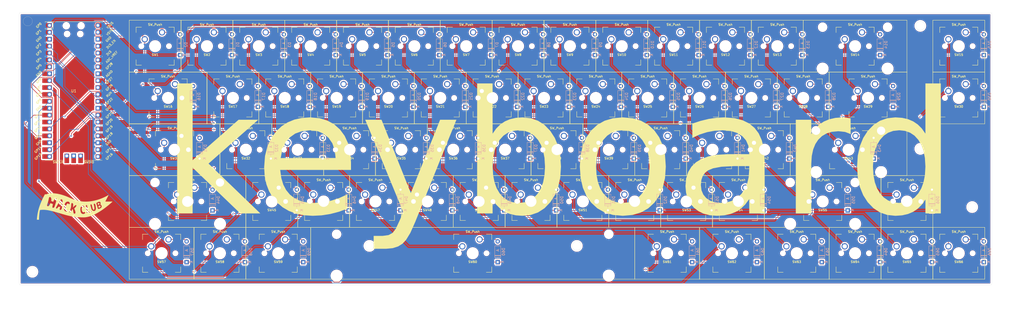
<source format=kicad_pcb>
(kicad_pcb (version 20241229) (generator "pcbnew") (generator_version "9.0")
  (layers (0 "F.Cu" signal) (2 "B.Cu" signal) (13 "F.Paste" user) (15 "B.Paste" user) (5 "F.SilkS" user "F.Silkscreen") (7 "B.SilkS" user "B.Silkscreen") (1 "F.Mask" user) (3 "B.Mask" user) (25 "Edge.Cuts" user))
  (net 0 "")
  (net 1 "ROW0")
  (net 2 "Net-(D1-A)")
  (net 3 "Net-(D2-A)")
  (net 4 "Net-(D3-A)")
  (net 5 "Net-(D4-A)")
  (net 6 "Net-(D5-A)")
  (net 7 "Net-(D6-A)")
  (net 8 "Net-(D7-A)")
  (net 9 "Net-(D8-A)")
  (net 10 "Net-(D9-A)")
  (net 11 "Net-(D10-A)")
  (net 12 "Net-(D11-A)")
  (net 13 "Net-(D12-A)")
  (net 14 "Net-(D13-A)")
  (net 15 "Net-(D14-A)")
  (net 16 "Net-(D15-A)")
  (net 17 "ROW1")
  (net 18 "Net-(D16-A)")
  (net 19 "Net-(D17-A)")
  (net 20 "Net-(D18-A)")
  (net 21 "Net-(D19-A)")
  (net 22 "Net-(D20-A)")
  (net 23 "Net-(D21-A)")
  (net 24 "Net-(D22-A)")
  (net 25 "Net-(D23-A)")
  (net 26 "Net-(D24-A)")
  (net 27 "Net-(D25-A)")
  (net 28 "Net-(D26-A)")
  (net 29 "Net-(D27-A)")
  (net 30 "Net-(D28-A)")
  (net 31 "Net-(D29-A)")
  (net 32 "Net-(D30-A)")
  (net 33 "ROW2")
  (net 34 "Net-(D31-A)")
  (net 35 "Net-(D32-A)")
  (net 36 "Net-(D33-A)")
  (net 37 "Net-(D34-A)")
  (net 38 "Net-(D35-A)")
  (net 39 "Net-(D36-A)")
  (net 40 "Net-(D37-A)")
  (net 41 "Net-(D38-A)")
  (net 42 "Net-(D39-A)")
  (net 43 "Net-(D40-A)")
  (net 44 "Net-(D41-A)")
  (net 45 "Net-(D42-A)")
  (net 46 "Net-(D43-A)")
  (net 47 "Net-(D44-A)")
  (net 48 "ROW3")
  (net 49 "Net-(D45-A)")
  (net 50 "Net-(D46-A)")
  (net 51 "Net-(D47-A)")
  (net 52 "Net-(D48-A)")
  (net 53 "Net-(D49-A)")
  (net 54 "Net-(D50-A)")
  (net 55 "Net-(D51-A)")
  (net 56 "Net-(D52-A)")
  (net 57 "Net-(D53-A)")
  (net 58 "Net-(D54-A)")
  (net 59 "Net-(D55-A)")
  (net 60 "Net-(D56-A)")
  (net 61 "Net-(D57-A)")
  (net 62 "ROW4")
  (net 63 "Net-(D58-A)")
  (net 64 "Net-(D59-A)")
  (net 65 "Net-(D60-A)")
  (net 66 "Net-(D61-A)")
  (net 67 "Net-(D62-A)")
  (net 68 "Net-(D63-A)")
  (net 69 "Net-(D64-A)")
  (net 70 "Net-(D65-A)")
  (net 71 "Net-(D66-A)")
  (net 72 "COL0")
  (net 73 "COL1")
  (net 74 "COL2")
  (net 75 "COL3")
  (net 76 "COL4")
  (net 77 "COL5")
  (net 78 "COL6")
  (net 79 "COL7")
  (net 80 "COL8")
  (net 81 "COL9")
  (net 82 "COL10")
  (net 83 "COL11")
  (net 84 "COL12")
  (net 85 "COL13")
  (net 86 "COL14")
  (net 93 "+3V3")
  (net 94 "GND")
  (net 97 "+5V")
  (footprint "3d:MX-Solderable-1U" (layer "F.Cu") (at 145.0975 157.48)
    (property "Reference" "SW34")
    (property "Value" "SW_Push")
  )
  (footprint "MX_Solderable:MX-Solderable-2U" (layer "F.Cu") (at 330.835 119.38)
    (property "Reference" "SW14")
    (property "Value" "SW_Push")
  )
  (footprint "MX_Solderable:MX-Solderable-1.5U" (layer "F.Cu") (at 335.5975 138.43)
    (property "Reference" "SW29")
    (property "Value" "SW_Push")
  )
  (footprint "3d:MX-Solderable-1U" (layer "F.Cu") (at 183.1975 157.48)
    (property "Reference" "SW36")
    (property "Value" "SW_Push")
  )
  (footprint "MX_Solderable:MX-Solderable-2.25U" (layer "F.Cu") (at 318.92875 176.53)
    (property "Reference" "SW55")
    (property "Value" "SW_Push")
  )
  (footprint "3d:MX-Solderable-1U" (layer "F.Cu") (at 130.81 119.38)
    (property "Reference" "SW4")
    (property "Value" "SW_Push")
  )
  (footprint "3d:MX-Solderable-1U" (layer "F.Cu") (at 297.4975 157.48)
    (property "Reference" "SW42")
    (property "Value" "SW_Push")
  )
  (footprint "3d:MX-Solderable-1U" (layer "F.Cu") (at 159.385 138.43)
    (property "Reference" "SW20")
    (property "Value" "SW_Push")
  )
  (footprint "3d:MX-Solderable-1U" (layer "F.Cu") (at 121.285 138.43)
    (property "Reference" "SW18")
    (property "Value" "SW_Push")
  )
  (footprint "3d:MX-Solderable-1U" (layer "F.Cu") (at 259.3975 157.48)
    (property "Reference" "SW40")
    (property "Value" "SW_Push")
  )
  (footprint "3d:MX-Solderable-1U" (layer "F.Cu") (at 330.835 195.58)
    (property "Reference" "SW64")
    (property "Value" "SW_Push")
  )
  (footprint "3d:MX-Solderable-1U" (layer "F.Cu") (at 202.2475 157.48)
    (property "Reference" "SW37")
    (property "Value" "SW_Push")
  )
  (footprint "3d:MX-Solderable-1U" (layer "F.Cu") (at 102.235 138.43)
    (property "Reference" "SW17")
    (property "Value" "SW_Push")
  )
  (footprint "3d:MX-Solderable-1U" (layer "F.Cu") (at 73.66 119.38)
    (property "Reference" "SW1")
    (property "Value" "SW_Push")
  )
  (footprint "3d:MX-Solderable-1U" (layer "F.Cu") (at 283.21 119.38)
    (property "Reference" "SW12")
    (property "Value" "SW_Push")
  )
  (footprint "3d:MX-Solderable-1U" (layer "F.Cu") (at 221.2975 157.48)
    (property "Reference" "SW38")
    (property "Value" "SW_Push")
  )
  (footprint "MX_Solderable:MX-Solderable-2.25U" (layer "F.Cu") (at 328.45375 157.48)
    (property "Reference" "SW43")
    (property "Value" "SW_Push")
  )
  (footprint "3d:MX-Solderable-1U" (layer "F.Cu") (at 149.86 119.38)
    (property "Reference" "SW5")
    (property "Value" "SW_Push")
  )
  (footprint "3d:MX-Solderable-1U" (layer "F.Cu") (at 116.5225 176.53)
    (property "Reference" "SW45")
    (property "Value" "SW_Push")
  )
  (footprint "3d:MX-Solderable-1U" (layer "F.Cu") (at 287.9725 176.53)
    (property "Reference" "SW54")
    (property "Value" "SW_Push")
  )
  (footprint "3d:MX-Solderable-1U" (layer "F.Cu") (at 106.9975 157.48)
    (property "Reference" "SW32")
    (property "Value" "SW_Push")
  )
  (footprint "3d:MX-Solderable-1U" (layer "F.Cu") (at 254.635 138.43)
    (property "Reference" "SW25")
    (property "Value" "SW_Push")
  )
  (footprint "3d:MX-Solderable-1U" (layer "F.Cu") (at 245.11 119.38)
    (property "Reference" "SW10")
    (property "Value" "SW_Push")
  )
  (footprint "3d:MX-Solderable-1U" (layer "F.Cu") (at 207.01 119.38)
    (property "Reference" "SW8")
    (property "Value" "SW_Push")
  )
  (footprint "3d:MX-Solderable-1U" (layer "F.Cu") (at 178.435 138.43)
    (property "Reference" "SW21")
    (property "Value" "SW_Push")
  )
  (footprint "3d:MX-Solderable-1U" (layer "F.Cu") (at 240.3475 157.48)
    (property "Reference" "SW39")
    (property "Value" "SW_Push")
  )
  (footprint "3d:MX-Solderable-1U" (layer "F.Cu") (at 135.5725 176.53)
    (property "Reference" "SW46")
    (property "Value" "SW_Push")
  )
  (footprint "3d:MX-Solderable-1U" (layer "F.Cu") (at 97.4725 195.58)
    (property "Reference" "SW58")
    (property "Value" "SW_Push")
  )
  (footprint "3d:MX-Solderable-1U" (layer "F.Cu") (at 302.26 119.38)
    (property "Reference" "SW13")
    (property "Value" "SW_Push")
  )
  (footprint "3d:MX-Solderable-1U" (layer "F.Cu") (at 264.16 119.38)
    (property "Reference" "SW11")
    (property "Value" "SW_Push")
  )
  (footprint "3d:MX-Solderable-1U" (layer "F.Cu") (at 154.6225 176.53)
    (property "Reference" "SW47")
    (property "Value" "SW_Push")
  )
  (footprint "3d:MX-Solderable-1U" (layer "F.Cu") (at 268.9225 176.53)
    (property "Reference" "SW53")
    (property "Value" "SW_Push")
  )
  (footprint "3d:MX-Solderable-1U" (layer "F.Cu") (at 368.935 195.58)
    (property "Reference" "SW66")
    (property "Value" "SW_Push")
  )
  (footprint "3d:MX-Solderable-1U" (layer "F.Cu") (at 292.735 138.43)
    (property "Reference" "SW27")
    (property "Value" "SW_Push")
  )
  (footprint "3d:MX-Solderable-1U" (layer "F.Cu") (at 211.7725 176.53)
    (property "Reference" "SW50")
    (property "Value" "SW_Push")
  )
  (footprint "3d:MX-Solderable-1U" (layer "F.Cu") (at 273.685 138.43)
    (property "Reference" "SW26")
    (property "Value" "SW_Push")
  )
  (footprint "MX_Solderable:MX-Solderable-1.25U" (layer "F.Cu") (at 285.59125 195.58)
    (property "Reference" "SW62")
    (property "Value" "SW_Push")
  )
  (footprint "3d:MX-Solderable-1U" (layer "F.Cu") (at 164.1475 157.48)
    (property "Reference" "SW35")
    (property "Value" "SW_Push")
  )
  (footprint "3d:MX-Solderable-1U" (layer "F.Cu") (at 235.585 138.43)
    (property "Reference" "SW24")
    (property "Value" "SW_Push")
  )
  (footprint "3d:MX-Solderable-1U" (layer "F.Cu") (at 311.785 138.43)
    (property "Reference" "SW28")
    (property "Value" "SW_Push")
  )
  (footprint "MX_Solderable:MX-Solderable-1.25U" (layer "F.Cu") (at 76.04125 195.58)
    (property "Reference" "SW57")
    (property "Value" "SW_Push")
  )
  (footprint "3d:MX-Solderable-1U" (layer "F.Cu") (at 126.0475 157.48)
    (property "Reference" "SW33")
    (property "Value" "SW_Push")
  )
  (footprint "3d:MX-Solderable-1U" (layer "F.Cu") (at 187.96 119.38)
    (property "Reference" "SW7")
    (property "Value" "SW_Push")
  )
  (footprint "3d:MX-Solderable-1U" (layer "F.Cu") (at 92.71 119.38)
    (property "Reference" "SW2")
    (property "Value" "SW_Push")
  )
  (footprint "3d:MX-Solderable-1U" (layer "F.Cu") (at 349.885 195.58)
    (property "Reference" "SW65")
    (property "Value" "SW_Push")
  )
  (footprint "MX_Solderable:MX-Solderable-1.25U" (layer "F.Cu") (at 309.40375 195.58)
    (property "Reference" "SW63")
    (property "Value" "SW_Push")
  )
  (footprint "MX_Solderable:MX-Solderable-2.25U" (layer "F.Cu") (at 85.56625 176.53)
    (property "Reference" "SW44")
    (property "Value" "SW_Push")
  )
  (footprint "3d:MX-Solderable-1U" (layer "F.Cu") (at 197.485 138.43)
    (property "Reference" "SW22")
    (property "Value" "SW_Push")
  )
  (footprint "3d:MX-Solderable-1U" (layer "F.Cu") (at 249.8725 176.53)
    (property "Reference" "SW52")
    (property "Value" "SW_Push")
  )
  (footprint "3d:MX-Solderable-1U" (layer "F.Cu") (at 111.76 119.38)
    (property "Reference" "SW3")
    (property "Value" "SW_Push")
  )
  (footprint "3d:MX-Solderable-1U" (layer "F.Cu") (at 140.335 138.43)
    (property "Reference" "SW19")
    (property "Value" "SW_Push")
  )
  (footprint "3d:MX-Solderable-1U" (layer "F.Cu") (at 349.885 176.53)
    (property "Reference" "SW56")
    (property "Value" "SW_Push")
  )
  (footprint "3d:MX-Solderable-1U" (layer "F.Cu") (at 230.8225 176.53)
    (property "Reference" "SW51")
    (property "Value" "SW_Push")
  )
  (footprint "MX_Solderable:MX-Solderable-1.75U" (layer "F.Cu") (at 80.80375 157.48)
    (property "Reference" "SW31")
    (property "Value" "SW_Push")
  )
  (footprint "3d:MX-Solderable-1U" (layer "F.Cu") (at 226.06 119.38)
    (property "Reference" "SW9")
    (property "Value" "SW_Push")
  )
  (footprint "3d:MX-Solderable-1U" (layer "F.Cu") (at 368.935 119.38)
    (property "Reference" "SW15")
    (property "Value" "SW_Push")
  )
  (footprint "MX_Solderable:MX-Solderable-1.25U" (layer "F.Cu") (at 261.77875 195.58)
    (property "Reference" "SW61")
    (property "Value" "SW_Push")
  )
  (footprint "3d:MX-Solderable-1U" (layer "F.Cu") (at 192.7225 176.53)
    (property "Reference" "SW49")
    (property "Value" "SW_Push")
  )
  (footprint "MX_Solderable:MX-Solderable-6.25U" (layer "F.Cu") (at 190.34125 195.58)
    (property "Reference" "SW60")
    (property "Value" "SW_Push")
  )
  (footprint "pico:RPi_Pico_SMD_TH" (layer "F.Cu") (at 43.74 135.87)
    (property "Reference" "U1")
    (property "Value" "Pico")
  )
  (footprint "MX_Solderable:MX-Solderable-1.25U" (layer "F.Cu") (at 118.90375 195.58)
    (property "Reference" "SW59")
    (property "Value" "SW_Push")
  )
  (footprint "3d:MX-Solderable-1U" (layer "F.Cu") (at 173.6725 176.53)
    (property "Reference" "SW48")
    (property "Value" "SW_Push")
  )
  (footprint "3d:MX-Solderable-1U" (layer "F.Cu") (at 368.935 138.43)
    (property "Reference" "SW30")
    (property "Value" "SW_Push")
  )
  (footprint "3d:MX-Solderable-1U" (layer "F.Cu") (at 168.91 119.38)
    (property "Reference" "SW6")
    (property "Value" "SW_Push")
  )
  (footprint "3d:MX-Solderable-1U" (layer "F.Cu") (at 278.4475 157.48)
    (property "Reference" "SW41")
    (property "Value" "SW_Push")
  )
  (footprint "MX_Solderable:MX-Solderable-1.5U" (layer "F.Cu") (at 78.4225 138.43)
    (property "Reference" "SW16")
    (property "Value" "SW_Push")
  )
  (footprint "3d:MX-Solderable-1U" (layer "F.Cu") (at 216.535 138.43)
    (property "Reference" "SW23")
    (property "Value" "SW_Push")
  )
  (footprint "Diode_THT:D_DO-35_SOD27_P7.62mm_Horizontal" (layer "B.Cu") (at 163.8125 179.8 90)
    (property "Reference" "D47")
    (property "Value" "1N4148")
  )
  (footprint "Diode_THT:D_DO-35_SOD27_P7.62mm_Horizontal" (layer "B.Cu") (at 301.925 141.7 90)
    (property "Reference" "D27")
    (property "Value" "1N4148")
  )
  (footprint "Diode_THT:D_DO-35_SOD27_P7.62mm_Horizontal" (layer "B.Cu") (at 211.4375 160.75 90)
    (property "Reference" "D37")
    (property "Value" "1N4148")
  )
  (footprint "Diode_THT:D_DO-35_SOD27_P7.62mm_Horizontal" (layer "B.Cu") (at 82.85 122.65 90)
    (property "Reference" "D2")
    (property "Value" "1N4148")
  )
  (footprint "Diode_THT:D_DO-35_SOD27_P7.62mm_Horizontal" (layer "B.Cu") (at 297.1625 179.8 90)
    (property "Reference" "D54")
    (property "Value" "1N4148")
  )
  (footprint "Diode_THT:D_DO-35_SOD27_P7.62mm_Horizontal" (layer "B.Cu") (at 101.9 122.65 90)
    (property "Reference" "D1")
    (property "Value" "1N4148")
  )
  (footprint "Diode_THT:D_DO-35_SOD27_P7.62mm_Horizontal" (layer "B.Cu") (at 311.45 122.65 90)
    (property "Reference" "D13")
    (property "Value" "1N4148")
  )
  (footprint "Diode_THT:D_DO-35_SOD27_P7.62mm_Horizontal" (layer "B.Cu") (at 292.4 122.65 90)
    (property "Reference" "D12")
    (property "Value" "1N4148")
  )
  (footprint "Diode_THT:D_DO-35_SOD27_P7.62mm_Horizontal" (layer "B.Cu") (at 178.1 122.65 90)
    (property "Reference" "D6")
    (property "Value" "1N4148")
  )
  (footprint "Diode_THT:D_DO-35_SOD27_P7.62mm_Horizontal" (layer "B.Cu") (at 328.11875 179.8 90)
    (property "Reference" "D55")
    (property "Value" "1N4148")
  )
  (footprint "Diode_THT:D_DO-35_SOD27_P7.62mm_Horizontal" (layer "B.Cu") (at 359.075 179.8 90)
    (property "Reference" "D56")
    (property "Value" "1N4148")
  )
  (footprint "Diode_THT:D_DO-35_SOD27_P7.62mm_Horizontal" (layer "B.Cu") (at 87.6125 141.7 90)
    (property "Reference" "D16")
    (property "Value" "1N4148")
  )
  (footprint "Diode_THT:D_DO-35_SOD27_P7.62mm_Horizontal" (layer "B.Cu") (at 159.05 122.65 90)
    (property "Reference" "D5")
    (property "Value" "1N4148")
  )
  (footprint "Diode_THT:D_DO-35_SOD27_P7.62mm_Horizontal" (layer "B.Cu") (at 149.525 141.7 90)
    (property "Reference" "D19")
    (property "Value" "1N4148")
  )
  (footprint "Diode_THT:D_DO-35_SOD27_P7.62mm_Horizontal" (layer "B.Cu") (at 230.4875 160.75 90)
    (property "Reference" "D38")
    (property "Value" "1N4148")
  )
  (footprint "Diode_THT:D_DO-35_SOD27_P7.62mm_Horizontal" (layer "B.Cu") (at 201.9125 179.8 90)
    (property "Reference" "D49")
    (property "Value" "1N4148")
  )
  (footprint "Diode_THT:D_DO-35_SOD27_P7.62mm_Horizontal" (layer "B.Cu") (at 89.99375 160.75 90)
    (property "Reference" "D31")
    (property "Value" "1N4148")
  )
  (footprint "Diode_THT:D_DO-35_SOD27_P7.62mm_Horizontal" (layer "B.Cu") (at 235.25 122.65 90)
    (property "Reference" "D9")
    (property "Value" "1N4148")
  )
  (footprint "Diode_THT:D_DO-35_SOD27_P7.62mm_Horizontal" (layer "B.Cu") (at 220.9625 179.8 90)
    (property "Reference" "D50")
    (property "Value" "1N4148")
  )
  (footprint "Diode_THT:D_DO-35_SOD27_P7.62mm_Horizontal" (layer "B.Cu") (at 244.775 141.7 90)
    (property "Reference" "D24")
    (property "Value" "1N4148")
  )
  (footprint "Diode_THT:D_DO-35_SOD27_P7.62mm_Horizontal" (layer "B.Cu") (at 263.825 141.7 90)
    (property "Reference" "D25")
    (property "Value" "1N4148")
  )
  (footprint "Diode_THT:D_DO-35_SOD27_P7.62mm_Horizontal" (layer "B.Cu") (at 187.625 141.7 90)
    (property "Reference" "D21")
    (property "Value" "1N4148")
  )
  (footprint "Diode_THT:D_DO-35_SOD27_P7.62mm_Horizontal" (layer "B.Cu") (at 270.96875 198.85 90)
    (property "Reference" "D61")
    (property "Value" "1N4148")
  )
  (footprint "Diode_THT:D_DO-35_SOD27_P7.62mm_Horizontal" (layer "B.Cu") (at 240.0125 179.8 90)
    (property "Reference" "D51")
    (property "Value" "1N4148")
  )
  (footprint "Diode_THT:D_DO-35_SOD27_P7.62mm_Horizontal" (layer "B.Cu") (at 259.0625 179.8 90)
    (property "Reference" "D52")
    (property "Value" "1N4148")
  )
  (footprint "Diode_THT:D_DO-35_SOD27_P7.62mm_Horizontal" (layer "B.Cu") (at 120.95 122.65 90)
    (property "Reference" "D3")
    (property "Value" "1N4148")
  )
  (footprint "Diode_THT:D_DO-35_SOD27_P7.62mm_Horizontal" (layer "B.Cu") (at 249.5375 160.75 90)
    (property "Reference" "D39")
    (property "Value" "1N4148")
  )
  (footprint "Diode_THT:D_DO-35_SOD27_P7.62mm_Horizontal" (layer "B.Cu") (at 318.59375 198.85 90)
    (property "Reference" "D63")
    (property "Value" "1N4148")
  )
  (footprint "Diode_THT:D_DO-35_SOD27_P7.62mm_Horizontal" (layer "B.Cu") (at 128.09375 198.85 90)
    (property "Reference" "D59")
    (property "Value" "1N4148")
  )
  (footprint "Diode_THT:D_DO-35_SOD27_P7.62mm_Horizontal" (layer "B.Cu") (at 111.425 141.7 90)
    (property "Reference" "D17")
    (property "Value" "1N4148")
  )
  (footprint "Diode_THT:D_DO-35_SOD27_P7.62mm_Horizontal" (layer "B.Cu") (at 135.2375 160.75 90)
    (property "Reference" "D33")
    (property "Value" "1N4148")
  )
  (footprint "Diode_THT:D_DO-35_SOD27_P7.62mm_Horizontal" (layer "B.Cu") (at 106.6625 198.85 90)
    (property "Reference" "D58")
    (property "Value" "1N4148")
  )
  (footprint "Diode_THT:D_DO-35_SOD27_P7.62mm_Horizontal" (layer "B.Cu") (at 197.15 122.65 90)
    (property "Reference" "D7")
    (property "Value" "1N4148")
  )
  (footprint "Diode_THT:D_DO-35_SOD27_P7.62mm_Horizontal" (layer "B.Cu") (at 282.875 141.7 90)
    (property "Reference" "D26")
    (property "Value" "1N4148")
  )
  (footprint "Diode_THT:D_DO-35_SOD27_P7.62mm_Horizontal" (layer "B.Cu") (at 168.575 141.7 90)
    (property "Reference" "D20")
    (property "Value" "1N4148")
  )
  (footprint "Diode_THT:D_DO-35_SOD27_P7.62mm_Horizontal" (layer "B.Cu") (at 378.125 122.65 90)
    (property "Reference" "D15")
    (property "Value" "1N4148")
  )
  (footprint "Diode_THT:D_DO-35_SOD27_P7.62mm_Horizontal" (layer "B.Cu") (at 140 122.65 90)
    (property "Reference" "D4")
    (property "Value" "1N4148")
  )
  (footprint "Diode_THT:D_DO-35_SOD27_P7.62mm_Horizontal" (layer "B.Cu") (at 359.075 198.85 90)
    (property "Reference" "D65")
    (property "Value" "1N4148")
  )
  (footprint "Diode_THT:D_DO-35_SOD27_P7.62mm_Horizontal" (layer "B.Cu") (at 216.2 122.65 90)
    (property "Reference" "D8")
    (property "Value" "1N4148")
  )
  (footprint "Diode_THT:D_DO-35_SOD27_P7.62mm_Horizontal" (layer "B.Cu") (at 340.025 122.65 90)
    (property "Reference" "D14")
    (property "Value" "1N4148")
  )
  (footprint "Diode_THT:D_DO-35_SOD27_P7.62mm_Horizontal" (layer "B.Cu") (at 294.78125 198.85 90)
    (property "Reference" "D62")
    (property "Value" "1N4148")
  )
  (footprint "Diode_THT:D_DO-35_SOD27_P7.62mm_Horizontal" (layer "B.Cu") (at 378.125 141.7 90)
    (property "Reference" "D30")
    (property "Value" "1N4148")
  )
  (footprint "Diode_THT:D_DO-35_SOD27_P7.62mm_Horizontal" (layer "B.Cu") (at 192.3875 160.75 90)
    (property "Reference" "D36")
    (property "Value" "1N4148")
  )
  (footprint "Diode_THT:D_DO-35_SOD27_P7.62mm_Horizontal" (layer "B.Cu") (at 173.3375 160.75 90)
    (property "Reference" "D35")
    (property "Value" "1N4148")
  )
  (footprint "Diode_THT:D_DO-35_SOD27_P7.62mm_Horizontal" (layer "B.Cu") (at 154.2875 160.75 90)
    (property "Reference" "D34")
    (property "Value" "1N4148")
  )
  (footprint "Diode_THT:D_DO-35_SOD27_P7.62mm_Horizontal" (layer "B.Cu") (at 337.64375 160.75 90)
    (property "Reference" "D43")
    (property "Value" "1N4148")
  )
  (footprint "Diode_THT:D_DO-35_SOD27_P7.62mm_Horizontal" (layer "B.Cu") (at 182.8625 179.8 90)
    (property "Reference" "D48")
    (property "Value" "1N4148")
  )
  (footprint "Diode_THT:D_DO-35_SOD27_P7.62mm_Horizontal" (layer "B.Cu") (at 85.23125 198.85 90)
    (property "Reference" "D57")
    (property "Value" "1N4148")
  )
  (footprint "Diode_THT:D_DO-35_SOD27_P7.62mm_Horizontal" (layer "B.Cu") (at 378.125 198.85 90)
    (property "Reference" "D66")
    (property "Value" "1N4148")
  )
  (footprint "Diode_THT:D_DO-35_SOD27_P7.62mm_Horizontal" (layer "B.Cu") (at 268.5875 160.75 90)
    (property "Reference" "D40")
    (property "Value" "1N4148")
  )
  (footprint "Diode_THT:D_DO-35_SOD27_P7.62mm_Horizontal" (layer "B.Cu") (at 94.75625 179.8 90)
    (property "Reference" "D44")
    (property "Value" "1N4148")
  )
  (footprint "Diode_THT:D_DO-35_SOD27_P7.62mm_Horizontal" (layer "B.Cu") (at 287.6375 160.75 90)
    (property "Reference" "D41")
    (property "Value" "1N4148")
  )
  (footprint "Diode_THT:D_DO-35_SOD27_P7.62mm_Horizontal" (layer "B.Cu") (at 116.1875 160.75 90)
    (property "Reference" "D32")
    (property "Value" "1N4148")
  )
  (footprint "Diode_THT:D_DO-35_SOD27_P7.62mm_Horizontal" (layer "B.Cu") (at 273.35 122.65 90)
    (property "Reference" "D11")
    (property "Value" "1N4148")
  )
  (footprint "Diode_THT:D_DO-35_SOD27_P7.62mm_Horizontal" (layer "B.Cu") (at 344.7875 141.7 90)
    (property "Reference" "D29")
    (property "Value" "1N4148")
  )
  (footprint "Diode_THT:D_DO-35_SOD27_P7.62mm_Horizontal" (layer "B.Cu") (at 206.675 141.7 90)
    (property "Reference" "D22")
    (property "Value" "1N4148")
  )
  (footprint "Diode_THT:D_DO-35_SOD27_P7.62mm_Horizontal" (layer "B.Cu") (at 225.725 141.7 90)
    (property "Reference" "D23")
    (property "Value" "1N4148")
  )
  (footprint "Diode_THT:D_DO-35_SOD27_P7.62mm_Horizontal" (layer "B.Cu") (at 306.6875 160.75 90)
    (property "Reference" "D42")
    (property "Value" "1N4148")
  )
  (footprint "Diode_THT:D_DO-35_SOD27_P7.62mm_Horizontal" (layer "B.Cu") (at 340.025 198.85 90)
    (property "Reference" "D64")
    (property "Value" "1N4148")
  )
  (footprint "Diode_THT:D_DO-35_SOD27_P7.62mm_Horizontal" (layer "B.Cu") (at 254.3 122.65 90)
    (property "Reference" "D10")
    (property "Value" "1N4148")
  )
  (footprint "Diode_THT:D_DO-35_SOD27_P7.62mm_Horizontal" (layer "B.Cu") (at 130.475 141.7 90)
    (property "Reference" "D18")
    (property "Value" "1N4148")
  )
  (footprint "Diode_THT:D_DO-35_SOD27_P7.62mm_Horizontal" (layer "B.Cu") (at 278.1125 179.8 90)
    (property "Reference" "D53")
    (property "Value" "1N4148")
  )
  (footprint "Diode_THT:D_DO-35_SOD27_P7.62mm_Horizontal" (layer "B.Cu") (at 125.7125 179.8 90)
    (property "Reference" "D45")
    (property "Value" "1N4148")
  )
  (footprint "Diode_THT:D_DO-35_SOD27_P7.62mm_Horizontal" (layer "B.Cu") (at 144.7625 179.8 90)
    (property "Reference" "D46")
    (property "Value" "1N4148")
  )
  (footprint "Diode_THT:D_DO-35_SOD27_P7.62mm_Horizontal" (layer "B.Cu") (at 199.53125 198.85 90)
    (property "Reference" "D60")
    (property "Value" "1N4148")
  )
  (footprint "Diode_THT:D_DO-35_SOD27_P7.62mm_Horizontal" (layer "B.Cu") (at 320.975 141.7 90)
    (property "Reference" "D28")
    (property "Value" "1N4148")
  )
  (gr_poly (pts (xy 53.338861 178.045928) (xy 53.361686 178.047194) (xy 53.38416 178.049783) (xy 53.406221 178.05377) (xy 53.417076 178.056313) (xy 53.427804 178.059235) (xy 53.438396 178.062546) (xy 53.448844 178.066254) (xy 53.45914 178.070371) (xy 53.469277 178.074905) (xy 53.479246 178.079866) (xy 53.489039 178.085265) (xy 53.498649 178.09111) (xy 53.508066 178.097411) (xy 53.517284 178.104179) (xy 53.526293 178.111422) (xy 53.535087 178.11915) (xy 53.543657 178.127374) (xy 53.551995 178.136102) (xy 53.560092 178.145345) (xy 53.567942 178.155112) (xy 53.575535 178.165413) (xy 53.582865 178.176257) (xy 53.589922 178.187654) (xy 53.596699 178.199615) (xy 53.603187 178.212147) (xy 53.60938 178.225262) (xy 53.615268 178.238969) (xy 53.629029 178.278936) (xy 53.637203 178.317356) (xy 53.640126 178.354257) (xy 53.638139 178.389664) (xy 53.631578 178.423604) (xy 53.620783 178.456105) (xy 53.606093 178.487194) (xy 53.587845 178.516896) (xy 53.566378 178.54524) (xy 53.542031 178.572251) (xy 53.515142 178.597957) (xy 53.48605 178.622384) (xy 53.455093 178.64556) (xy 53.42261 178.667511) (xy 53.354419 178.707847) (xy 53.284184 178.743604) (xy 53.214614 178.775) (xy 53.0883 178.825563) (xy 52.997141 178.861253) (xy 52.971514 178.874057) (xy 52.964874 178.879293) (xy 52.9628 178.883788) (xy 52.808288 178.238969) (xy 52.854316 178.209625) (xy 52.906484 178.179425) (xy 52.973318 178.144631) (xy 53.011116 178.126861) (xy 53.051239 178.109563) (xy 53.09324 178.093275) (xy 53.136671 178.078539) (xy 53.181084 178.065895) (xy 53.226034 178.055881) (xy 53.271072 178.049038) (xy 53.315751 178.045906)) (stroke (width -0.000001)) (fill yes) (layer "F.SilkS"))
  (gr_poly (pts (xy 36.201034 173.519051) (xy 36.805021 173.557196) (xy 37.469141 173.638708) (xy 37.824126 173.697736) (xy 38.194593 173.770016) (xy 38.580693 173.856353) (xy 38.982576 173.957549) (xy 39.400391 174.07441) (xy 39.834287 174.207737) (xy 40.284416 174.358336) (xy 40.750927 174.527009) (xy 41.233969 174.714561) (xy 41.733693 174.921795) (xy 42.250248 175.149514) (xy 42.783784 175.398522) (xy 43.36896 175.66037) (xy 43.953486 175.885861) (xy 44.536408 176.076697) (xy 45.116772 176.234581) (xy 45.693621 176.361216) (xy 46.266002 176.458303) (xy 46.832959 176.527545) (xy 47.393537 176.570645) (xy 47.946781 176.589306) (xy 48.491736 176.585229) (xy 49.027448 176.560117) (xy 49.552961 176.515673) (xy 50.06732 176.453599) (xy 50.569571 176.375597) (xy 51.058758 176.28337) (xy 51.533927 176.178621) (xy 52.438389 175.938365) (xy 53.275317 175.668448) (xy 54.037072 175.38249) (xy 54.716014 175.094111) (xy 55.304503 174.816931) (xy 55.7949 174.564568) (xy 56.450857 174.188777) (xy 56.454445 174.186841) (xy 56.458161 174.185372) (xy 56.461986 174.184351) (xy 56.465899 174.183758) (xy 56.469881 174.183575) (xy 56.473913 174.183783) (xy 56.477973 174.184363) (xy 56.482043 174.185296) (xy 56.486103 174.186563) (xy 56.490132 174.188145) (xy 56.494112 174.190024) (xy 56.498021 174.19218) (xy 56.501841 174.194595) (xy 56.505552 174.197249) (xy 56.509134 174.200124) (xy 56.512566 174.203201) (xy 56.51583 174.20646) (xy 56.518905 174.209884) (xy 56.521771 174.213452) (xy 56.52441 174.217147) (xy 56.5268 174.220948) (xy 56.528923 174.224838) (xy 56.530757 174.228798) (xy 56.532285 174.232807) (xy 56.533485 174.236849) (xy 56.534338 174.240903) (xy 56.534824 174.24495) (xy 56.534923 174.248973) (xy 56.534616 174.252951) (xy 56.533883 174.256866) (xy 56.532703 174.260699) (xy 56.531057 174.264431) (xy 55.394281 176.477216) (xy 55.392723 176.480502) (xy 55.391409 176.483819) (xy 55.390333 176.487157) (xy 55.389492 176.490508) (xy 55.388879 176.493863) (xy 55.388489 176.497213) (xy 55.388318 176.50055) (xy 55.38836 176.503864) (xy 55.388611 176.507147) (xy 55.389064 176.510391) (xy 55.389715 176.513587) (xy 55.390559 176.516726) (xy 55.391591 176.519798) (xy 55.392806 176.522797) (xy 55.394198 176.525712) (xy 55.395762 176.528536) (xy 55.397494 176.531258) (xy 55.399387 176.533872) (xy 55.401438 176.536368) (xy 55.403641 176.538736) (xy 55.40599 176.54097) (xy 55.408482 176.543059) (xy 55.41111 176.544996) (xy 55.413869 176.546771) (xy 55.416755 176.548376) (xy 55.419762 176.549801) (xy 55.422885 176.551039) (xy 55.426119 176.552081) (xy 55.42946 176.552918) (xy 55.432901 176.553541) (xy 55.436437 176.553941) (xy 55.440065 176.55411) (xy 56.358482 176.561707) (xy 57.087882 176.561676) (xy 57.920947 176.55473) (xy 57.925375 176.55483) (xy 57.929674 176.555239) (xy 57.933837 176.555942) (xy 57.937856 176.556926) (xy 57.941724 176.558177) (xy 57.945433 176.55968) (xy 57.948976 176.561423) (xy 57.952345 176.56339) (xy 57.955531 176.565567) (xy 57.958529 176.567941) (xy 57.96133 176.570497) (xy 57.963926 176.573222) (xy 57.966311 176.576101) (xy 57.968476 176.57912) (xy 57.970414 176.582266) (xy 57.972117 176.585524) (xy 57.973577 176.58888) (xy 57.974788 176.59232) (xy 57.975742 176.59583) (xy 57.97643 176.599396) (xy 57.976845 176.603004) (xy 57.976981 176.60664) (xy 57.976829 176.61029) (xy 57.976381 176.61394) (xy 57.97563 176.617575) (xy 57.974569 176.621182) (xy 57.973189 176.624747) (xy 57.971484 176.628255) (xy 57.969446 176.631693) (xy 57.967066 176.635046) (xy 57.964338 176.638301) (xy 57.961255 176.641443) (xy 57.461806 177.098425) (xy 56.590879 177.848018) (xy 55.417289 178.781253) (xy 54.738499 179.282684) (xy 54.00985 179.789162) (xy 53.239942 180.287067) (xy 52.437378 180.762777) (xy 51.61076 181.202671) (xy 50.768689 181.593129) (xy 49.919768 181.920529) (xy 49.495426 182.056326) (xy 49.072598 182.171251) (xy 48.652358 182.2636) (xy 48.235781 182.331672) (xy 47.823943 182.373764) (xy 47.41792 182.388173) (xy 46.573289 182.375817) (xy 45.774675 182.340065) (xy 45.018299 182.282887) (xy 44.300387 182.206257) (xy 43.617161 182.112147) (xy 42.964844 182.002527) (xy 42.33966 181.879371) (xy 41.737832 181.744651) (xy 41.155584 181.600338) (xy 40.589139 181.448404) (xy 39.48855 181.129563) (xy 38.405854 180.803904) (xy 37.310837 180.487204) (xy 36.901228 180.376688) (xy 42.073434 180.376688) (xy 42.075996 180.408643) (xy 42.081932 180.438392) (xy 42.091121 180.465777) (xy 42.103438 180.490638) (xy 42.11876 180.512816) (xy 42.136963 180.532151) (xy 42.157925 180.548483) (xy 42.18152 180.561652) (xy 42.207627 180.571501) (xy 42.236122 180.577868) (xy 42.26688 180.580595) (xy 42.299779 180.579522) (xy 42.334695 180.574489) (xy 42.371505 180.565337) (xy 42.410085 180.551907) (xy 42.450311 180.534039) (xy 42.492061 180.511573) (xy 42.53521 180.48435) (xy 42.579635 180.45221) (xy 42.625213 180.414994) (xy 42.67182 180.372543) (xy 42.719333 180.324697) (xy 42.767629 180.271296) (xy 42.816582 180.212181) (xy 42.866072 180.147192) (xy 42.915973 180.07617) (xy 42.940348 180.039138) (xy 42.964804 179.996592) (xy 42.989111 179.949624) (xy 43.013043 179.899323) (xy 43.036371 179.846781) (xy 43.058868 179.793087) (xy 43.100451 179.686607) (xy 43.13597 179.588605) (xy 43.1636 179.507804) (xy 43.187893 179.432695) (xy 43.420231 179.406547) (xy 43.52756 179.901035) (xy 43.611204 180.321719) (xy 43.645788 180.517839) (xy 43.669932 180.682542) (xy 43.676347 180.716674) (xy 43.686074 180.749731) (xy 43.698884 180.781571) (xy 43.714548 180.812052) (xy 43.732837 180.841032) (xy 43.753524 180.868369) (xy 43.776379 180.893921) (xy 43.801174 180.917545) (xy 43.82768 180.939101) (xy 43.855668 180.958445) (xy 43.884909 180.975436) (xy 43.915176 180.989931) (xy 43.946238 181.00179) (xy 43.977869 181.010869) (xy 44.009838 181.017027) (xy 44.041918 181.020121) (xy 44.073879 181.02001) (xy 44.105493 181.016552) (xy 44.136531 181.009604) (xy 44.166764 180.999025) (xy 44.195965 180.984672) (xy 44.223904 180.966404) (xy 44.250352 180.944078) (xy 44.275081 180.917553) (xy 44.297862 180.886686) (xy 44.318467 180.851336) (xy 44.336667 180.81136) (xy 44.352232 180.766616) (xy 44.364935 180.716962) (xy 44.374547 180.662257) (xy 44.380839 180.602358) (xy 44.383583 180.537124) (xy 44.371843 180.439852) (xy 44.354025 180.334343) (xy 44.329974 180.220558) (xy 44.299536 180.098458) (xy 44.262557 179.968004) (xy 44.218883 179.829156) (xy 44.16836 179.681877) (xy 44.110835 179.526126) (xy 44.095146 179.483595) (xy 46.200943 179.483595) (xy 46.20218 179.610151) (xy 46.206526 179.705355) (xy 46.213155 179.797944) (xy 46.222048 179.887868) (xy 46.23319 179.975077) (xy 46.246564 180.059521) (xy 46.262154 180.141152) (xy 46.279943 180.219919) (xy 46.299914 180.295773) (xy 46.322051 180.368664) (xy 46.346337 180.438542) (xy 46.372756 180.505358) (xy 46.401291 180.569061) (xy 46.431926 180.629603) (xy 46.464643 180.686934) (xy 46.499427 180.741004) (xy 46.536261 180.791762) (xy 46.575128 180.839161) (xy 46.616011 180.883149) (xy 46.658894 180.923678) (xy 46.703761 180.960697) (xy 46.750595 180.994157) (xy 46.799379 181.024008) (xy 46.850097 181.050201) (xy 46.902732 181.072686) (xy 46.957268 181.091413) (xy 47.013688 181.106332) (xy 47.071975 181.117394) (xy 47.132113 181.124549) (xy 47.194085 181.127748) (xy 47.257875 181.126941) (xy 47.323466 181.122078) (xy 47.390841 181.113109) (xy 47.456499 181.1009) (xy 47.517069 181.086469) (xy 47.572736 181.069986) (xy 47.623684 181.051617) (xy 47.670096 181.03153) (xy 47.712156 181.009893) (xy 47.750048 180.986874) (xy 47.783955 180.96264) (xy 47.814063 180.937358) (xy 47.840553 180.911197) (xy 47.863611 180.884324) (xy 47.88342 180.856907) (xy 47.900164 180.829113) (xy 47.914027 180.801111) (xy 47.925192 180.773067) (xy 47.933844 180.745149) (xy 47.940166 180.717526) (xy 47.944342 180.690365) (xy 47.946556 180.663832) (xy 47.946991 180.638097) (xy 47.945833 180.613327) (xy 47.943263 180.589689) (xy 47.939467 180.567351) (xy 47.934627 180.546481) (xy 47.928929 180.527246) (xy 47.922555 180.509815) (xy 47.91569 180.494354) (xy 47.908517 180.481031) (xy 47.90122 180.470014) (xy 47.893983 180.461471) (xy 47.88699 180.45557) (xy 47.880424 180.452477) (xy 47.870755 180.449362) (xy 47.861552 180.445452) (xy 47.842638 180.436548) (xy 47.831973 180.432203) (xy 47.819867 180.428363) (xy 47.805845 180.425352) (xy 47.78943 180.423495) (xy 47.770144 180.423117) (xy 47.747513 180.424543) (xy 47.721058 180.428097) (xy 47.690303 180.434105) (xy 47.654773 180.442891) (xy 47.61399 180.454781) (xy 47.567479 180.470098) (xy 47.514761 180.489167) (xy 47.486977 180.498974) (xy 47.459618 180.507339) (xy 47.432679 180.514248) (xy 47.406152 180.519687) (xy 47.380031 180.523638) (xy 47.354308 180.526089) (xy 47.328977 180.527023) (xy 47.304031 180.526425) (xy 47.279463 180.524281) (xy 47.255267 180.520575) (xy 47.231435 180.515292) (xy 47.207961 180.508418) (xy 47.184837 180.499936) (xy 47.162058 180.489833) (xy 47.139615 180.478092) (xy 47.117504 180.4647) (xy 47.095715 180.44964) (xy 47.074244 180.432898) (xy 47.053082 180.414459) (xy 47.032223 180.394307) (xy 47.011661 180.372428) (xy 46.991388 180.348806) (xy 46.971397 180.323427) (xy 46.951683 180.296275) (xy 46.932237 180.267335) (xy 46.913053 180.236593) (xy 46.875445 180.169639) (xy 46.838803 180.095293) (xy 46.803073 180.013434) (xy 46.780481 179.952192) (xy 46.759569 179.884936) (xy 46.74068 179.812481) (xy 46.724158 179.735642) (xy 46.710349 179.655234) (xy 46.699596 179.572073) (xy 46.692244 179.486974) (xy 46.688638 179.400751) (xy 46.689121 179.314219) (xy 46.694038 179.228195) (xy 46.703733 179.143493) (xy 46.718551 179.060928) (xy 46.738837 178.981315) (xy 46.764934 178.90547) (xy 46.780269 178.869215) (xy 46.797187 178.834207) (xy 46.81573 178.800549) (xy 46.83594 178.768342) (xy 46.84222 178.759242) (xy 46.848475 178.750553) (xy 46.854699 178.742261) (xy 46.86089 178.734355) (xy 46.86704 178.726823) (xy 46.873146 178.719654) (xy 46.885206 178.706354) (xy 46.897029 178.694359) (xy 46.908576 178.683575) (xy 46.919808 178.673905) (xy 46.930686 178.665253) (xy 46.941171 178.657526) (xy 46.951224 178.650626) (xy 46.960806 178.64446) (xy 46.969876 178.63893) (xy 47.000271 178.621271) (xy 47.012858 178.614062) (xy 47.025444 178.607758) (xy 47.038005 178.602318) (xy 47.050522 178.597702) (xy 47.062973 178.59387) (xy 47.075335 178.590782) (xy 47.087589 178.588396) (xy 47.099711 178.586674) (xy 47.111681 178.585574) (xy 47.123478 178.585056) (xy 47.135079 178.58508) (xy 47.146463 178.585606) (xy 47.157609 178.586594) (xy 47.168496 178.588003) (xy 47.179101 178.589793) (xy 47.189404 178.591923) (xy 47.199382 178.594354) (xy 47.209015 178.597044) (xy 47.227157 178.603045) (xy 47.24366 178.609602) (xy 47.25835 178.616394) (xy 47.271056 178.623098) (xy 47.281606 178.629392) (xy 47.289828 178.634954) (xy 47.29555 178.639461) (xy 47.32992 178.663314) (xy 47.362534 178.683916) (xy 47.393411 178.701377) (xy 47.422568 178.71581) (xy 47.450023 178.727326) (xy 47.475791 178.736035) (xy 47.499892 178.742049) (xy 47.522341 178.74548) (xy 47.543157 178.746438) (xy 47.562357 178.745034) (xy 47.579957 178.741381) (xy 47.595975 178.735589) (xy 47.610429 178.727769) (xy 47.623336 178.718033) (xy 47.634712 178.706492) (xy 47.644576 178.693257) (xy 47.652945 178.67844) (xy 47.659835 178.662151) (xy 47.665265 178.644502) (xy 47.669251 178.625604) (xy 47.67181 178.605568) (xy 47.672961 178.584506) (xy 47.67272 178.562529) (xy 47.671104 178.539748) (xy 47.668132 178.516275) (xy 47.663819 178.49222) (xy 47.658184 178.467694) (xy 47.651244 178.44281) (xy 47.643016 178.417678) (xy 47.633517 178.39241) (xy 47.622764 178.367116) (xy 47.610775 178.341908) (xy 47.582476 178.303495) (xy 47.553539 178.267322) (xy 47.527642 178.237626) (xy 48.21167 178.237626) (xy 48.213761 178.313835) (xy 48.21849 178.395501) (xy 48.234685 178.572655) (xy 48.257899 178.763983) (xy 48.285779 178.964379) (xy 48.346121 179.371953) (xy 48.373875 179.568921) (xy 48.396878 179.754536) (xy 48.4514 180.269465) (xy 48.462087 180.360634) (xy 48.473912 180.448438) (xy 48.488033 180.538708) (xy 48.505606 180.637273) (xy 48.514432 180.66142) (xy 48.530733 180.681676) (xy 48.554007 180.698244) (xy 48.583753 180.711323) (xy 48.619467 180.721115) (xy 48.660648 180.72782) (xy 48.706794 180.73164) (xy 48.757404 180.732775) (xy 48.870003 180.727793) (xy 48.99443 180.714483) (xy 49.126668 180.694452) (xy 49.262702 180.669306) (xy 49.530091 180.6101) (xy 49.764468 180.54972) (xy 49.933703 180.501024) (xy 50.005668 180.476868) (xy 50.013411 180.473065) (xy 50.02381 180.469119) (xy 50.051219 180.459855) (xy 50.067547 180.454067) (xy 50.085172 180.447194) (xy 50.103752 180.439002) (xy 50.122949 180.429254) (xy 50.14242 180.417717) (xy 50.152153 180.411203) (xy 50.161826 180.404153) (xy 50.171399 180.396539) (xy 50.180828 180.388329) (xy 50.19007 180.379496) (xy 50.199084 180.370009) (xy 50.207826 180.35984) (xy 50.216254 180.348958) (xy 50.224326 180.337334) (xy 50.231999 180.32494) (xy 50.239231 180.311745) (xy 50.245978 180.29772) (xy 50.252199 180.282835) (xy 50.25785 180.267062) (xy 50.263358 180.251437) (xy 50.26672 180.236373) (xy 50.268032 180.221879) (xy 50.267391 180.207961) (xy 50.264892 180.194625) (xy 50.260632 180.181879) (xy 50.254707 180.169729) (xy 50.247213 180.158182) (xy 50.238247 180.147245) (xy 50.227905 180.136925) (xy 50.216282 180.127228) (xy 50.203476 180.118161) (xy 50.189582 180.109731) (xy 50.174697 180.101945) (xy 50.142337 180.08833) (xy 50.107166 180.077372) (xy 50.069954 180.069123) (xy 50.03147 180.063639) (xy 49.992484 180.060974) (xy 49.953767 180.061181) (xy 49.916087 180.064315) (xy 49.880214 180.07043) (xy 49.846919 180.07958) (xy 49.763967 180.104254) (xy 49.649946 180.132984) (xy 49.516545 180.161949) (xy 49.44623 180.175325) (xy 49.375455 180.187326) (xy 49.305679 180.197475) (xy 49.238366 180.205294) (xy 49.174975 180.210306) (xy 49.116968 180.212031) (xy 49.065806 180.209994) (xy 49.043249 180.207415) (xy 49.022951 180.203716) (xy 49.005095 180.198837) (xy 48.989864 180.192719) (xy 48.97744 180.185301) (xy 48.968007 180.176525) (xy 48.953672 180.146338) (xy 48.94184 180.09516) (xy 48.932001 180.025215) (xy 48.923645 179.938724) (xy 48.894844 179.471765) (xy 48.876077 179.196809) (xy 48.848958 178.917911) (xy 48.830992 178.782542) (xy 48.809407 178.652855) (xy 48.783693 178.531075) (xy 48.753341 178.419423) (xy 48.746943 178.381783) (xy 48.74022 178.345635) (xy 48.733185 178.310959) (xy 48.725852 178.277733) (xy 48.718232 178.245938) (xy 48.710337 178.215553) (xy 48.702182 178.186558) (xy 48.693778 178.158932) (xy 48.685138 178.132654) (xy 48.676275 178.107705) (xy 48.667201 178.084063) (xy 48.657929 178.061709) (xy 48.648471 178.040622) (xy 48.638841 178.020781) (xy 48.62905 178.002166) (xy 48.619111 177.984756) (xy 48.609038 177.968532) (xy 48.598842 177.953472) (xy 48.588536 177.939556) (xy 48.578133 177.926764) (xy 48.567646 177.915075) (xy 48.557086 177.904469) (xy 48.546467 177.894926) (xy 48.535802 177.886424) (xy 48.525102 177.878944) (xy 48.514381 177.872464) (xy 48.503651 177.866965) (xy 48.492925 177.862426) (xy 48.482216 177.858827) (xy 48.471535 177.856147) (xy 48.460896 177.854366) (xy 48.450311 177.853463) (xy 48.450311 177.853464) (xy 48.438396 177.853476) (xy 48.426586 177.85456) (xy 48.414898 177.856686) (xy 48.403351 177.859823) (xy 48.391962 177.863944) (xy 48.380752 177.869016) (xy 48.369737 177.875012) (xy 48.358936 177.8819) (xy 48.348368 177.889651) (xy 48.33805 177.898236) (xy 48.318242 177.917786) (xy 48.299656 177.940313) (xy 48.282442 177.965576) (xy 48.266744 177.993339) (xy 48.25271 178.023362) (xy 48.240487 178.055407) (xy 48.230222 178.089237) (xy 48.22206 178.124612) (xy 48.21615 178.161294) (xy 48.212638 178.199045) (xy 48.21167 178.237626) (xy 47.527642 178.237626) (xy 47.523971 178.233417) (xy 47.493782 178.201808) (xy 47.462978 178.172526) (xy 47.431568 178.145597) (xy 47.399559 178.121052) (xy 47.36696 178.098918) (xy 47.333778 178.079225) (xy 47.300021 178.062) (xy 47.265697 178.047273) (xy 47.230814 178.035073) (xy 47.19538 178.025428) (xy 47.159402 178.018366) (xy 47.122888 178.013917) (xy 47.085847 178.012109) (xy 47.056678 178.012548) (xy 47.027199 178.014616) (xy 46.997414 178.018327) (xy 46.967325 178.023694) (xy 46.936938 178.030731) (xy 46.906254 178.03945) (xy 46.875279 178.049865) (xy 46.844016 178.06199) (xy 46.812468 178.075837) (xy 46.780639 178.091421) (xy 46.748532 178.108754) (xy 46.716152 178.127849) (xy 46.683502 178.14872) (xy 46.650585 178.171381) (xy 46.617405 178.195844) (xy 46.583966 178.222123) (xy 46.539131 178.270142) (xy 46.496543 178.323184) (xy 46.456319 178.381277) (xy 46.418577 178.444452) (xy 46.383435 178.512741) (xy 46.351011 178.586173) (xy 46.321422 178.66478) (xy 46.294787 178.748592) (xy 46.271224 178.83764) (xy 46.250849 178.931955) (xy 46.233782 179.031566) (xy 46.22014 179.136505) (xy 46.210041 179.246802) (xy 46.203603 179.362489) (xy 46.200943 179.483595) (xy 44.095146 179.483595) (xy 44.092591 179.476669) (xy 44.071719 179.425119) (xy 44.044734 179.364819) (xy 44.029352 179.333528) (xy 44.012924 179.302616) (xy 43.995613 179.272942) (xy 43.97758 179.245359) (xy 43.958984 179.220725) (xy 43.949527 179.209781) (xy 43.939989 179.199895) (xy 43.930391 179.191174) (xy 43.920754 179.183726) (xy 43.911098 179.177656) (xy 43.901442 179.173072) (xy 44.016584 179.055255) (xy 44.136073 178.928549) (xy 44.275116 178.774927) (xy 44.417421 178.608098) (xy 44.484706 178.524016) (xy 44.546696 178.441775) (xy 44.601354 178.363087) (xy 44.646646 178.289667) (xy 44.680533 178.223228) (xy 44.692564 178.193162) (xy 44.700979 178.165485) (xy 44.712173 178.11136) (xy 44.718202 178.060214) (xy 44.718728 178.012924) (xy 44.71682 177.990997) (xy 44.713409 177.970362) (xy 44.708453 177.951127) (xy 44.701908 177.933403) (xy 44.693732 177.917297) (xy 44.683883 177.902921) (xy 44.672318 177.890382) (xy 44.658995 177.87979) (xy 44.643872 177.871255) (xy 44.626905 177.864885) (xy 44.608052 177.860791) (xy 44.587272 177.85908) (xy 44.564521 177.859863) (xy 44.539757 177.863249) (xy 44.512937 177.869347) (xy 44.48402 177.878267) (xy 44.452962 177.890117) (xy 44.419721 177.905006) (xy 44.384255 177.923045) (xy 44.346521 177.944343) (xy 44.306477 177.969008) (xy 44.26408 177.99715) (xy 44.219287 178.028879) (xy 44.172057 178.064303) (xy 44.122347 178.103532) (xy 44.070114 178.146675) (xy 44.018075 178.190863) (xy 43.968911 178.233165) (xy 43.922543 178.273613) (xy 43.87889 178.312238) (xy 43.837871 178.349072) (xy 43.799407 178.384147) (xy 43.763418 178.417494) (xy 43.729822 178.449145) (xy 43.698541 178.479132) (xy 43.669493 178.507487) (xy 43.642598 178.53424) (xy 43.617777 178.559425) (xy 43.594948 178.583072) (xy 43.574033 178.605213) (xy 43.554949 178.62588) (xy 43.537618 178.645104) (xy 43.507892 178.679353) (xy 43.484211 178.708213) (xy 43.465935 178.731937) (xy 43.452421 178.750779) (xy 43.443028 178.764993) (xy 43.437113 178.774832) (xy 43.433151 178.782398) (xy 43.454144 178.680368) (xy 43.475376 178.566088) (xy 43.499312 178.421416) (xy 43.522613 178.255192) (xy 43.54194 178.076253) (xy 43.54907 177.984779) (xy 43.553953 177.89344) (xy 43.555359 177.836399) (xy 49.90515 177.836399) (xy 49.90532 177.861836) (xy 49.907277 177.887983) (xy 49.921409 177.993747) (xy 49.941772 178.104308) (xy 49.969841 178.227326) (xy 50.007094 178.370463) (xy 50.115061 178.747733) (xy 50.277487 179.297406) (xy 50.304042 179.372885) (xy 50.333279 179.443023) (xy 50.364987 179.508007) (xy 50.398951 179.568028) (xy 50.434958 179.623274) (xy 50.472795 179.673935) (xy 50.512248 179.7202) (xy 50.553104 179.762259) (xy 50.59515 179.8003) (xy 50.638171 179.834512) (xy 50.681955 179.865086) (xy 50.726289 179.89221) (xy 50.770958 179.916074) (xy 50.81575 179.936867) (xy 50.860451 179.954778) (xy 50.904848 179.969997) (xy 50.948727 179.982712) (xy 50.991875 179.993114) (xy 51.075124 180.007732) (xy 51.152889 180.015365) (xy 51.223462 180.017527) (xy 51.285136 180.015733) (xy 51.336203 180.011497) (xy 51.399691 180.001756) (xy 51.431915 179.993133) (xy 51.462541 179.98305) (xy 51.491619 179.971568) (xy 51.519201 179.958748) (xy 51.545338 179.944651) (xy 51.57008 179.929336) (xy 51.593479 179.912865) (xy 51.615585 179.895297) (xy 51.636449 179.876695) (xy 51.656122 179.857117) (xy 51.674655 179.836626) (xy 51.6921 179.815281) (xy 51.723925 179.770272) (xy 51.752006 179.722577) (xy 51.776749 179.67268) (xy 51.798562 179.621066) (xy 51.817852 179.568219) (xy 51.835027 179.514625) (xy 51.864661 179.407134) (xy 51.890721 179.30247) (xy 51.90159 179.243068) (xy 51.9078 179.172742) (xy 51.90967 179.092699) (xy 51.90752 179.004144) (xy 51.901669 178.908285) (xy 51.892436 178.806328) (xy 51.865105 178.588943) (xy 51.828083 178.36164) (xy 51.783925 178.13407) (xy 51.735189 177.915882) (xy 51.68443 177.716727) (xy 51.666576 177.670954) (xy 51.647467 177.627775) (xy 51.627229 177.58724) (xy 51.605989 177.549401) (xy 51.583873 177.514309) (xy 51.572526 177.497809) (xy 51.561008 177.482014) (xy 51.549334 177.466932) (xy 51.53752 177.452569) (xy 51.525582 177.438931) (xy 51.513536 177.426024) (xy 51.501398 177.413854) (xy 51.489182 177.402429) (xy 51.476906 177.391755) (xy 51.464585 177.381837) (xy 51.452235 177.372683) (xy 51.439871 177.364299) (xy 51.427509 177.35669) (xy 51.415166 177.349864) (xy 51.402857 177.343827) (xy 51.390598 177.338586) (xy 51.378404 177.334145) (xy 51.366292 177.330513) (xy 51.354277 177.327696) (xy 51.342375 177.325699) (xy 51.330602 177.324529) (xy 51.318974 177.324193) (xy 51.30121 177.325342) (xy 51.283895 177.328547) (xy 51.267087 177.333833) (xy 51.250846 177.341223) (xy 51.235231 177.350742) (xy 51.220302 177.362412) (xy 51.206118 177.376258) (xy 51.192738 177.392304) (xy 51.180222 177.410574) (xy 51.168629 177.431091) (xy 51.158018 177.453879) (xy 51.148449 177.478963) (xy 51.139981 177.506366) (xy 51.132673 177.536112) (xy 51.126585 177.568225) (xy 51.121776 177.602729) (xy 51.121951 177.627528) (xy 51.123649 177.653456) (xy 51.126755 177.68052) (xy 51.131154 177.708733) (xy 51.143368 177.768642) (xy 51.15937 177.833263) (xy 51.199045 177.976962) (xy 51.220874 178.056201) (xy 51.242802 178.140474) (xy 51.273572 178.326361) (xy 51.302801 178.517783) (xy 51.327665 178.709109) (xy 51.337577 178.802978) (xy 51.345339 178.894712) (xy 51.350598 178.983609) (xy 51.353 179.068963) (xy 51.352192 179.150073) (xy 51.347822 179.226234) (xy 51.339537 179.296742) (xy 51.326983 179.360895) (xy 51.309807 179.417988) (xy 51.299376 179.443667) (xy 51.287657 179.467318) (xy 51.276814 179.481712) (xy 51.265282 179.494998) (xy 51.253105 179.507183) (xy 51.240328 179.518276) (xy 51.226998 179.528286) (xy 51.213158 179.537223) (xy 51.198856 179.545095) (xy 51.184135 179.55191) (xy 51.169041 179.557678) (xy 51.15362 179.562408) (xy 51.137917 179.566108) (xy 51.121977 179.568787) (xy 51.105845 179.570454) (xy 51.089567 179.571118) (xy 51.073188 179.570788) (xy 51.056753 179.569473) (xy 51.040307 179.567181) (xy 51.023897 179.563921) (xy 51.007567 179.559702) (xy 50.991363 179.554534) (xy 50.975329 179.548424) (xy 50.959511 179.541382) (xy 50.943955 179.533417) (xy 50.928706 179.524537) (xy 50.913809 179.514751) (xy 50.899309 179.504069) (xy 50.885251 179.492499) (xy 50.871682 179.480049) (xy 50.858646 179.466729) (xy 50.846188 179.452548) (xy 50.834355 179.437514) (xy 50.82319 179.421636) (xy 50.784442 179.334542) (xy 50.747058 179.235596) (xy 50.71098 179.126818) (xy 50.676149 179.010225) (xy 50.609995 178.761666) (xy 50.54813 178.506066) (xy 50.490087 178.25957) (xy 50.4354 178.038323) (xy 50.409169 177.942214) (xy 50.383602 177.85847) (xy 50.358641 177.789112) (xy 50.334227 177.736157) (xy 50.317989 177.709108) (xy 50.301137 177.684781) (xy 50.283752 177.663108) (xy 50.265914 177.644023) (xy 50.247703 177.627458) (xy 50.229198 177.613347) (xy 50.21048 177.601621) (xy 50.191629 177.592216) (xy 50.172724 177.585062) (xy 50.153846 177.580094) (xy 50.135075 177.577244) (xy 50.116491 177.576446) (xy 50.098174 177.577631) (xy 50.080204 177.580734) (xy 50.06266 177.585686) (xy 50.045624 177.592422) (xy 50.029174 177.600874) (xy 50.013391 177.610974) (xy 49.998356 177.622657) (xy 49.984147 177.635854) (xy 49.970845 177.650499) (xy 49.958531 177.666526) (xy 49.947283 177.683865) (xy 49.937183 177.702452) (xy 49.928309 177.722218) (xy 49.920743 177.743097) (xy 49.914564 177.765022) (xy 49.909852 177.787925) (xy 49.906687 177.81174) (xy 49.90515 177.836399) (xy 43.555359 177.836399) (xy 43.556173 177.803342) (xy 43.555313 177.71559) (xy 43.557691 177.684429) (xy 43.558474 177.653673) (xy 43.55772 177.623361) (xy 43.55549 177.593532) (xy 43.551842 177.564225) (xy 43.546835 177.535479) (xy 43.540529 177.507333) (xy 43.532983 177.479825) (xy 43.524257 177.452995) (xy 43.514409 177.426882) (xy 43.503499 177.401524) (xy 43.491586 177.376961) (xy 43.47873 177.353231) (xy 43.46499 177.330374) (xy 43.450425 177.308428) (xy 43.435094 177.287433) (xy 43.419057 177.267426) (xy 43.402372 177.248448) (xy 43.3851 177.230537) (xy 43.375197 177.221189) (xy 52.074571 177.221189) (xy 52.074796 177.232011) (xy 52.076552 177.253302) (xy 52.079586 177.274161) (xy 52.083343 177.294637) (xy 52.090812 177.334631) (xy 52.36188 178.22188) (xy 52.549678 178.862638) (xy 52.612591 179.095711) (xy 52.630795 179.173348) (xy 52.638066 179.218547) (xy 52.639644 179.225326) (xy 52.642455 179.231674) (xy 52.646457 179.237593) (xy 52.651607 179.243085) (xy 52.657863 179.248154) (xy 52.665183 179.252801) (xy 52.682845 179.260841) (xy 52.704255 179.267222) (xy 52.729074 179.271965) (xy 52.756964 179.275088) (xy 52.787586 179.27661) (xy 52.820603 179.27655) (xy 52.855675 179.274928) (xy 52.892465 179.271761) (xy 52.930635 179.267069) (xy 52.969845 179.260871) (xy 53.009758 179.253186) (xy 53.050035 179.244033) (xy 53.090338 179.23343) (xy 53.206206 179.192242) (xy 53.31503 179.148161) (xy 53.416663 179.101345) (xy 53.464736 179.076961) (xy 53.510956 179.051954) (xy 53.555305 179.026343) (xy 53.597763 179.000147) (xy 53.638312 178.973388) (xy 53.676934 178.946085) (xy 53.71361 178.918258) (xy 53.748322 178.889926) (xy 53.781052 178.861111) (xy 53.81178 178.831831) (xy 53.840488 178.802107) (xy 53.867158 178.771958) (xy 53.891771 178.741405) (xy 53.914309 178.710468) (xy 53.934754 178.679165) (xy 53.953086 178.647519) (xy 53.969288 178.615547) (xy 53.983341 178.583271) (xy 53.995225 178.55071) (xy 54.004924 178.517884) (xy 54.012418 178.484813) (xy 54.017689 178.451518) (xy 54.020719 178.418017) (xy 54.021488 178.384331) (xy 54.019979 178.35048) (xy 54.016173 178.316484) (xy 54.004504 178.249406) (xy 53.989415 178.184578) (xy 53.980622 178.153083) (xy 53.971017 178.12224) (xy 53.960612 178.09208) (xy 53.949423 178.062633) (xy 53.937461 178.033928) (xy 53.924743 178.005995) (xy 53.91128 177.978865) (xy 53.897089 177.952567) (xy 53.882182 177.927132) (xy 53.866573 177.902589) (xy 53.850276 177.878968) (xy 53.833306 177.8563) (xy 53.815676 177.834614) (xy 53.7974 177.81394) (xy 53.778492 177.794309) (xy 53.758966 177.77575) (xy 53.738836 177.758292) (xy 53.718116 177.741968) (xy 53.69682 177.726805) (xy 53.674962 177.712834) (xy 53.652555 177.700086) (xy 53.629614 177.688589) (xy 53.606153 177.678375) (xy 53.582185 177.669473) (xy 53.557725 177.661913) (xy 53.532786 177.655724) (xy 53.507383 177.650938) (xy 53.481529 177.647584) (xy 53.495379 177.618475) (xy 53.510632 177.58435) (xy 53.529607 177.539187) (xy 53.55093 177.484494) (xy 53.57323 177.421778) (xy 53.595134 177.352545) (xy 53.605508 177.315957) (xy 53.615268 177.278304) (xy 53.618907 177.256276) (xy 53.621698 177.234065) (xy 53.62366 177.21171) (xy 53.624807 177.18925) (xy 53.625157 177.166723) (xy 53.624726 177.144167) (xy 53.623531 177.121621) (xy 53.621588 177.099123) (xy 53.615526 177.054429) (xy 53.606672 177.010391) (xy 53.59516 176.967319) (xy 53.581121 176.925521) (xy 53.564689 176.885305) (xy 53.545995 176.846979) (xy 53.525174 176.810853) (xy 53.514006 176.793711) (xy 53.502356 176.777234) (xy 53.49024 176.761461) (xy 53.477676 176.746431) (xy 53.464678 176.732181) (xy 53.451265 176.718752) (xy 53.437452 176.70618) (xy 53.423256 176.694505) (xy 53.408694 176.683766) (xy 53.393782 176.674) (xy 53.380844 176.669492) (xy 53.367792 176.665273) (xy 53.354626 176.661341) (xy 53.341344 176.657696) (xy 53.327945 176.654339) (xy 53.314428 176.651269) (xy 53.287039 176.645987) (xy 53.259169 176.64185) (xy 53.230812 176.638853) (xy 53.20196 176.636996) (xy 53.172607 176.636276) (xy 53.127621 176.637323) (xy 53.081463 176.640922) (xy 53.03411 176.647065) (xy 52.985536 176.655746) (xy 52.935717 176.666959) (xy 52.884626 176.680698) (xy 52.83224 176.696955) (xy 52.778534 176.715724) (xy 52.723482 176.736999) (xy 52.667059 176.760772) (xy 52.609241 176.787039) (xy 52.550002 176.815792) (xy 52.489319 176.847024) (xy 52.427165 176.880729) (xy 52.363515 176.916901) (xy 52.298346 176.955533) (xy 52.272948 176.970267) (xy 52.249463 176.984755) (xy 52.227822 176.999002) (xy 52.207955 177.013014) (xy 52.189794 177.026798) (xy 52.173268 177.04036) (xy 52.158309 177.053705) (xy 52.144847 177.06684) (xy 52.132813 177.07977) (xy 52.122137 177.092502) (xy 52.112752 177.105042) (xy 52.104586 177.117395) (xy 52.097571 177.129569) (xy 52.091638 177.141567) (xy 52.086717 177.153398) (xy 52.082739 177.165067) (xy 52.079635 177.176579) (xy 52.077336 177.187942) (xy 52.075771 177.19916) (xy 52.074873 177.21024) (xy 52.074571 177.221189) (xy 43.375197 177.221189) (xy 43.3673 177.213733) (xy 43.34903 177.198073) (xy 43.33035 177.183597) (xy 43.311319 177.170344) (xy 43.291998 177.158353) (xy 43.272444 177.147663) (xy 43.252717 177.138312) (xy 43.232877 177.130341) (xy 43.212982 177.123787) (xy 43.193092 177.118689) (xy 43.173267 177.115087) (xy 43.153565 177.11302) (xy 43.134047 177.112526) (xy 43.134047 177.112527) (xy 43.116511 177.113477) (xy 43.099221 177.11579) (xy 43.08222 177.119495) (xy 43.065553 177.124622) (xy 43.049265 177.131198) (xy 43.033399 177.139254) (xy 43.025639 177.143846) (xy 43.018002 177.148818) (xy 43.010492 177.154175) (xy 43.003116 177.15992) (xy 42.995879 177.166056) (xy 42.988787 177.172587) (xy 42.981845 177.179518) (xy 42.975059 177.18685) (xy 42.968435 177.194589) (xy 42.961977 177.202738) (xy 42.949585 177.220278) (xy 42.937927 177.239501) (xy 42.927049 177.260435) (xy 42.916994 177.28311) (xy 42.907808 177.307554) (xy 42.879791 177.406678) (xy 42.859362 177.507075) (xy 42.845003 177.609357) (xy 42.835198 177.71414) (xy 42.811172 178.170572) (xy 42.80138 178.297078) (xy 42.78704 178.429773) (xy 42.766635 178.569271) (xy 42.738648 178.716187) (xy 42.701562 178.871135) (xy 42.653861 179.03473) (xy 42.594027 179.207587) (xy 42.520544 179.390321) (xy 42.499617 179.438457) (xy 42.475735 179.490513) (xy 42.421281 179.602934) (xy 42.361539 179.720677) (xy 42.30086 179.836839) (xy 42.135866 180.147587) (xy 42.115581 180.189422) (xy 42.099413 180.230009) (xy 42.087238 180.269189) (xy 42.078932 180.306802) (xy 42.074372 180.342688) (xy 42.073434 180.376688) (xy 36.901228 180.376688) (xy 36.283843 180.210112) (xy 35.376547 179.983599) (xy 34.960848 179.889425) (xy 34.566748 179.808033) (xy 34.19147 179.739468) (xy 33.832241 179.683778) (xy 33.486285 179.641006) (xy 33.150826 179.611201) (xy 32.823089 179.594406) (xy 32.500298 179.590668) (xy 32.179679 179.600032) (xy 31.858456 179.622545) (xy 31.533854 179.658252) (xy 31.203096 179.7072) (xy 31.199505 179.707678) (xy 31.195955 179.707916) (xy 31.192454 179.707922) (xy 31.189009 179.707703) (xy 31.185625 179.707267) (xy 31.182311 179.706621) (xy 31.179073 179.705772) (xy 31.175917 179.704728) (xy 31.172851 179.703497) (xy 31.169881 179.702084) (xy 31.167015 179.700499) (xy 31.164258 179.698748) (xy 31.161618 179.696839) (xy 31.159102 179.694778) (xy 31.156717 179.692575) (xy 31.154469 179.690235) (xy 31.152365 179.687767) (xy 31.150411 179.685177) (xy 31.148616 179.682474) (xy 31.146985 179.679664) (xy 31.145526 179.676755) (xy 31.144245 179.673754) (xy 31.143149 179.670669) (xy 31.142245 179.667507) (xy 31.141539 179.664275) (xy 31.141039 179.660982) (xy 31.140752 179.657634) (xy 31.140683 179.654238) (xy 31.140841 179.650803) (xy 31.141232 179.647335) (xy 31.141862 179.643841) (xy 31.142738 179.640331) (xy 31.629239 177.931905) (xy 33.977051 177.931905) (xy 33.979946 177.998535) (xy 33.988797 178.057448) (xy 34.003181 178.108881) (xy 34.022673 178.153067) (xy 34.046852 178.190241) (xy 34.075292 178.220638) (xy 34.107572 178.244494) (xy 34.143268 178.262042) (xy 34.181957 178.273518) (xy 34.223216 178.279157) (xy 34.26662 178.279192) (xy 34.311748 178.273859) (xy 34.358175 178.263393) (xy 34.405479 178.248029) (xy 34.453236 178.228001) (xy 34.501022 178.203544) (xy 34.548416 178.174893) (xy 34.594993 178.142282) (xy 34.64033 178.105947) (xy 34.684004 178.066122) (xy 34.725592 178.023043) (xy 34.76467 177.976943) (xy 34.800816 177.928058) (xy 34.833605 177.876622) (xy 34.862615 177.82287) (xy 34.988641 177.581411) (xy 35.099591 177.365088) (xy 35.20864 177.149527) (xy 36.111841 177.495758) (xy 36.066185 177.743945) (xy 36.019115 177.98635) (xy 35.964769 178.24734) (xy 35.941371 178.327205) (xy 35.924169 178.401358) (xy 35.91285 178.46988) (xy 35.907101 178.532853) (xy 35.906609 178.590357) (xy 35.911061 178.642474) (xy 35.920145 178.689285) (xy 35.933546 178.73087) (xy 35.950953 178.767311) (xy 35.972052 178.798688) (xy 35.996531 178.825083) (xy 36.024075 178.846577) (xy 36.054373 178.863251) (xy 36.087112 178.875186) (xy 36.121977 178.882462) (xy 36.158658 178.885161) (xy 36.196839 178.883365) (xy 36.236209 178.877153) (xy 36.243747 178.875178) (xy 37.258326 178.875178) (xy 37.258493 178.91284) (xy 37.262373 178.948453) (xy 37.269831 178.981736) (xy 37.280732 179.01241) (xy 37.294941 179.040193) (xy 37.312322 179.064806) (xy 37.33274 179.085966) (xy 37.356059 179.103395) (xy 37.382145 179.116811) (xy 37.410862 179.125934) (xy 37.442075 179.130483) (xy 37.475649 179.130178) (xy 37.511449 179.124739) (xy 37.549338 179.113884) (xy 37.589183 179.097333) (xy 37.630847 179.074805) (xy 37.674195 179.046021) (xy 37.719093 179.010699) (xy 37.765405 178.968559) (xy 37.812995 178.919321) (xy 37.861729 178.862704) (xy 37.911471 178.798426) (xy 37.962086 178.726209) (xy 38.013439 178.645771) (xy 38.065394 178.556832) (xy 38.117816 178.459111) (xy 38.831984 178.538899) (xy 38.767306 178.732075) (xy 38.70219 178.935194) (xy 38.629206 179.175243) (xy 38.61176 179.225352) (xy 38.598593 179.272781) (xy 38.58952 179.317502) (xy 38.584359 179.359488) (xy 38.582927 179.398712) (xy 38.585042 179.435144) (xy 38.59052 179.468758) (xy 38.599179 179.499525) (xy 38.610836 179.527419) (xy 38.625308 179.552412) (xy 38.642412 179.574475) (xy 38.661965 179.593581) (xy 38.683785 179.609702) (xy 38.707688 179.622811) (xy 38.733492 179.63288) (xy 38.761014 179.639881) (xy 38.790071 179.643787) (xy 38.82048 179.64457) (xy 38.852059 179.642201) (xy 38.884624 179.636655) (xy 38.917993 179.627901) (xy 38.951983 179.615914) (xy 38.986411 179.600666) (xy 39.021094 179.582128) (xy 39.05585 179.560272) (xy 39.090495 179.535072) (xy 39.124847 179.5065) (xy 39.158723 179.474528) (xy 39.191939 179.439127) (xy 39.224314 179.400271) (xy 39.255664 179.357932) (xy 39.285807 179.312082) (xy 39.307615 179.265626) (xy 39.33759 179.179439) (xy 39.412223 178.913464) (xy 40.115452 178.913464) (xy 40.117743 179.026116) (xy 40.124755 179.142198) (xy 40.137342 179.260105) (xy 40.156359 179.378229) (xy 40.182659 179.494965) (xy 40.217097 179.608706) (xy 40.260527 179.717845) (xy 40.283386 179.767512) (xy 40.308052 179.814088) (xy 40.334382 179.857676) (xy 40.362229 179.898377) (xy 40.391449 179.936293) (xy 40.421898 179.971527) (xy 40.453431 180.00418) (xy 40.485904 180.034354) (xy 40.519171 180.062151) (xy 40.553089 180.087674) (xy 40.587512 180.111023) (xy 40.622297 180.132303) (xy 40.657297 180.151613) (xy 40.692369 180.169056) (xy 40.727369 180.184735) (xy 40.762151 180.198751) (xy 40.830484 180.222202) (xy 40.896211 180.240226) (xy 40.958175 180.253638) (xy 41.015221 180.263255) (xy 41.109924 180.274365) (xy 41.171065 180.280084) (xy 41.228884 180.261278) (xy 41.281821 180.241212) (xy 41.330053 180.220007) (xy 41.373759 180.197781) (xy 41.413117 180.174652) (xy 41.448307 180.150741) (xy 41.479505 180.126165) (xy 41.506891 180.101045) (xy 41.530642 180.075499) (xy 41.550938 180.049646) (xy 41.567956 180.023605) (xy 41.581875 179.997496) (xy 41.592874 179.971436) (xy 41.60113 179.945546) (xy 41.606822 179.919944) (xy 41.610128 179.89475) (xy 41.611227 179.870082) (xy 41.610297 179.846059) (xy 41.607517 179.8228) (xy 41.603064 179.800425) (xy 41.597118 179.779053) (xy 41.589856 179.758801) (xy 41.581456 179.739791) (xy 41.572098 179.722139) (xy 41.56196 179.705967) (xy 41.551219 179.691392) (xy 41.540055 179.678533) (xy 41.528646 179.66751) (xy 41.517169 179.658442) (xy 41.505804 179.651447) (xy 41.494729 179.646645) (xy 41.484121 179.644154) (xy 41.429426 179.642538) (xy 41.371065 179.641654) (xy 41.310053 179.639415) (xy 41.278868 179.637135) (xy 41.2474 179.633732) (xy 41.215775 179.628947) (xy 41.18412 179.622518) (xy 41.152561 179.614185) (xy 41.121224 179.603685) (xy 41.090237 179.590758) (xy 41.074914 179.583303) (xy 41.059726 179.575144) (xy 41.044689 179.566247) (xy 41.029817 179.55658) (xy 41.015128 179.546111) (xy 41.000638 179.534807) (xy 40.977134 179.514219) (xy 40.955372 179.491845) (xy 40.935298 179.467788) (xy 40.916857 179.442153) (xy 40.899996 179.415044) (xy 40.884659 179.386565) (xy 40.870793 179.356821) (xy 40.858343 179.325915) (xy 40.837476 179.261035) (xy 40.821623 179.192758) (xy 40.810349 179.121917) (xy 40.803221 179.049346) (xy 40.799805 178.975878) (xy 40.799666 178.902345) (xy 40.802369 178.82958) (xy 40.807482 178.758418) (xy 40.814569 178.68969) (xy 40.823196 178.62423) (xy 40.843335 178.506446) (xy 40.900761 178.306893) (xy 40.935144 178.196526) (xy 40.973336 178.08235) (xy 41.015357 177.966804) (xy 41.061228 177.852327) (xy 41.110971 177.741356) (xy 41.164605 177.636332) (xy 41.192888 177.586811) (xy 41.222152 177.539691) (xy 41.2524 177.495276) (xy 41.283633 177.453873) (xy 41.315856 177.415784) (xy 41.349069 177.381316) (xy 41.383277 177.350772) (xy 41.418481 177.324458) (xy 41.454684 177.302679) (xy 41.491889 177.28574) (xy 41.530098 177.273944) (xy 41.569315 177.267598) (xy 41.609541 177.267005) (xy 41.650779 177.272471) (xy 41.693032 177.284301) (xy 41.736303 177.302799) (xy 41.762329 177.334858) (xy 41.787853 177.363955) (xy 41.812864 177.390188) (xy 41.837351 177.413657) (xy 41.861301 177.434461) (xy 41.884703 177.4527) (xy 41.907546 177.468473) (xy 41.929818 177.481879) (xy 41.951507 177.493017) (xy 41.972603 177.501987) (xy 41.993093 177.508888) (xy 42.012966 177.513819) (xy 42.03221 177.516879) (xy 42.050815 177.518168) (xy 42.068768 177.517786) (xy 42.086057 177.51583) (xy 42.102672 177.512402) (xy 42.118601 177.507599) (xy 42.133832 177.501522) (xy 42.148354 177.494269) (xy 42.162155 177.48594) (xy 42.175223 177.476634) (xy 42.187548 177.46645) (xy 42.199117 177.455488) (xy 42.209919 177.443847) (xy 42.219943 177.431626) (xy 42.229177 177.418924) (xy 42.237609 177.405842) (xy 42.245229 177.392477) (xy 42.252023 177.37893) (xy 42.257982 177.365299) (xy 42.263093 177.351685) (xy 42.270539 177.327781) (xy 42.276478 177.302327) (xy 42.28088 177.275475) (xy 42.283716 177.247382) (xy 42.284956 177.2182) (xy 42.28457 177.188086) (xy 42.282528 177.157192) (xy 42.278802 177.125675) (xy 42.273362 177.093687) (xy 42.266177 177.061384) (xy 42.257219 177.028921) (xy 42.246458 176.996451) (xy 42.233864 176.96413) (xy 42.219408 176.932111) (xy 42.20306 176.900549) (xy 42.18479 176.8696) (xy 42.164569 176.839416) (xy 42.142368 176.810153) (xy 42.118156 176.781965) (xy 42.091905 176.755008) (xy 42.063584 176.729434) (xy 42.033164 176.705399) (xy 42.000615 176.683057) (xy 41.965908 176.662563) (xy 41.929014 176.644071) (xy 41.889902 176.627736) (xy 41.848543 176.613713) (xy 41.804908 176.602155) (xy 41.758966 176.593217) (xy 41.710689 176.587054) (xy 41.660046 176.58382) (xy 41.607009 176.58367) (xy 41.607008 176.583669) (xy 41.592459 176.584172) (xy 41.57774 176.584911) (xy 41.562851 176.585889) (xy 41.547789 176.587108) (xy 41.532552 176.588568) (xy 41.517138 176.590272) (xy 41.501547 176.592221) (xy 41.485775 176.594418) (xy 41.395743 176.599987) (xy 41.309412 176.614951) (xy 41.226728 176.638682) (xy 41.147634 176.670552) (xy 41.072077 176.709934) (xy 40.999999 176.756201) (xy 40.931346 176.808723) (xy 40.866063 176.866875) (xy 40.804094 176.930027) (xy 40.745385 176.997552) (xy 40.689879 177.068823) (xy 40.637521 177.143212) (xy 40.588257 177.220091) (xy 40.54203 177.298832) (xy 40.458469 177.459392) (xy 40.386396 177.619868) (xy 40.325368 177.77524) (xy 40.274942 177.920486) (xy 40.234677 178.050584) (xy 40.182859 178.245251) (xy 40.166372 178.319067) (xy 40.144926 178.457899) (xy 40.128368 178.612161) (xy 40.117029 178.805851) (xy 40.115452 178.913464) (xy 39.412223 178.913464) (xy 39.414827 178.904183) (xy 39.503103 178.51893) (xy 39.588001 178.0563) (xy 39.624677 177.806162) (xy 39.655103 177.548911) (xy 39.677476 177.288625) (xy 39.689995 177.029381) (xy 39.690856 176.775257) (xy 39.678258 176.530329) (xy 39.650399 176.298675) (xy 39.605477 176.084372) (xy 39.588664 176.053318) (xy 39.571301 176.022359) (xy 39.553472 175.991745) (xy 39.535261 175.961729) (xy 39.516753 175.932562) (xy 39.498032 175.904497) (xy 39.479183 175.877784) (xy 39.460288 175.852676) (xy 39.441434 175.829425) (xy 39.422703 175.808282) (xy 39.40418 175.789498) (xy 39.395024 175.78107) (xy 39.38595 175.773327) (xy 39.376971 175.766299) (xy 39.368097 175.760019) (xy 39.359338 175.754517) (xy 39.350705 175.749826) (xy 39.342208 175.745976) (xy 39.333857 175.743) (xy 39.325665 175.740929) (xy 39.31764 175.739793) (xy 39.308398 175.738874) (xy 39.29907 175.738086) (xy 39.289647 175.737454) (xy 39.280122 175.737003) (xy 39.243593 175.736921) (xy 39.205923 175.739557) (xy 39.167234 175.745253) (xy 39.127649 175.754351) (xy 39.087292 175.767191) (xy 39.046286 175.784117) (xy 39.004753 175.805469) (xy 38.962816 175.83159) (xy 38.920599 175.862822) (xy 38.899424 175.880461) (xy 38.878224 175.899506) (xy 38.857016 175.92) (xy 38.835815 175.941984) (xy 38.814636 175.965503) (xy 38.793494 175.990599) (xy 38.772405 176.017313) (xy 38.751384 176.04569) (xy 38.730447 176.075772) (xy 38.709609 176.107602) (xy 38.688885 176.141222) (xy 38.66829 176.176675) (xy 38.627553 176.253251) (xy 38.339363 176.802698) (xy 37.985234 177.45906) (xy 37.631095 178.104677) (xy 37.342876 178.621891) (xy 37.317923 178.665955) (xy 37.297495 178.709653) (xy 37.281457 178.752705) (xy 37.269672 178.79483) (xy 37.262007 178.835748) (xy 37.258326 178.875178) (xy 36.243747 178.875178) (xy 36.276455 178.866607) (xy 36.317263 178.851808) (xy 36.358321 178.832837) (xy 36.399315 178.809776) (xy 36.439933 178.782704) (xy 36.479862 178.751703) (xy 36.518788 178.716855) (xy 36.556399 178.67824) (xy 36.592382 178.635939) (xy 36.626424 178.590033) (xy 36.658211 178.540604) (xy 36.687431 178.487732) (xy 36.713771 178.431498) (xy 36.736918 178.371984) (xy 37.079594 177.285973) (xy 37.189651 176.916478) (xy 37.292677 176.548205) (xy 37.380278 176.201365) (xy 37.444059 175.896166) (xy 37.460035 175.851905) (xy 37.471126 175.808097) (xy 37.47756 175.764954) (xy 37.479565 175.722688) (xy 37.477367 175.681511) (xy 37.471194 175.641635) (xy 37.461274 175.603272) (xy 37.447834 175.566633) (xy 37.431101 175.53193) (xy 37.411303 175.499376) (xy 37.388668 175.469181) (xy 37.363422 175.441558) (xy 37.335793 175.416719) (xy 37.30601 175.394875) (xy 37.274298 175.376239) (xy 37.240886 175.361021) (xy 37.206001 175.349435) (xy 37.169871 175.341691) (xy 37.132723 175.338002) (xy 37.094784 175.33858) (xy 37.056282 175.343636) (xy 37.017444 175.353381) (xy 36.978498 175.368029) (xy 36.939672 175.387791) (xy 36.901192 175.412878) (xy 36.863286 175.443503) (xy 36.826181 175.479877) (xy 36.790106 175.522212) (xy 36.755287 175.57072) (xy 36.721952 175.625612) (xy 36.690329 175.687102) (xy 36.660644 175.7554) (xy 36.628921 175.811941) (xy 36.595347 175.874947) (xy 36.524798 176.014775) (xy 36.4533 176.16372) (xy 36.385155 176.310619) (xy 36.276132 176.553619) (xy 36.232143 176.654466) (xy 35.858285 176.513024) (xy 35.720359 176.458899) (xy 35.599385 176.409477) (xy 35.512733 176.370863) (xy 35.487705 176.357517) (xy 35.480716 176.352668) (xy 35.477771 176.349162) (xy 35.475388 176.341698) (xy 35.473673 176.333556) (xy 35.472095 176.315334) (xy 35.47273 176.294692) (xy 35.475276 176.271822) (xy 35.479427 176.246919) (xy 35.48488 176.220177) (xy 35.498471 176.161953) (xy 35.513616 176.098701) (xy 35.527878 176.031975) (xy 35.533918 175.997793) (xy 35.538825 175.963325) (xy 35.542293 175.928765) (xy 35.54402 175.894306) (xy 35.540974 175.828751) (xy 35.536655 175.765709) (xy 35.531109 175.705147) (xy 35.524379 175.647036) (xy 35.51651 175.591346) (xy 35.507548 175.538045) (xy 35.497536 175.487102) (xy 35.48652 175.438488) (xy 35.474545 175.392171) (xy 35.461654 175.34812) (xy 35.447893 175.306306) (xy 35.433306 175.266697) (xy 35.417939 175.229263) (xy 35.401835 175.193973) (xy 35.38504 175.160797) (xy 35.367599 175.129703) (xy 35.349555 175.100661) (xy 35.330954 175.073641) (xy 35.311841 175.048612) (xy 35.29226 175.025542) (xy 35.272256 175.004402) (xy 35.251873 174.985161) (xy 35.231157 174.967788) (xy 35.210151 174.952253) (xy 35.188902 174.938524) (xy 35.167453 174.926572) (xy 35.145849 174.916365) (xy 35.124135 174.907873) (xy 35.102356 174.901065) (xy 35.080556 174.895911) (xy 35.058781 174.892379) (xy 35.037074 174.89044) (xy 35.020267 174.890012) (xy 35.003551 174.890515) (xy 34.986945 174.891933) (xy 34.970472 174.894253) (xy 34.954152 174.897459) (xy 34.938006 174.901537) (xy 34.922055 174.906474) (xy 34.906321 174.912253) (xy 34.890823 174.918862) (xy 34.875584 174.926285) (xy 34.860624 174.934508) (xy 34.845964 174.943517) (xy 34.831625 174.953297) (xy 34.817629 174.963834) (xy 34.803996 174.975113) (xy 34.790747 174.987119) (xy 34.777903 174.99984) (xy 34.765485 175.013259) (xy 34.753515 175.027363) (xy 34.742013 175.042137) (xy 34.731 175.057567) (xy 34.720497 175.073638) (xy 34.710526 175.090335) (xy 34.701107 175.107645) (xy 34.692261 175.125553) (xy 34.68401 175.144045) (xy 34.676373 175.163105) (xy 34.669374 175.18272) (xy 34.663031 175.202875) (xy 34.657367 175.223556) (xy 34.652402 175.244748) (xy 34.648157 175.266437) (xy 34.581973 175.616822) (xy 34.537319 175.82964) (xy 34.483646 176.066199) (xy 34.419971 176.325495) (xy 34.345309 176.606519) (xy 34.258677 176.908266) (xy 34.159092 177.229728) (xy 34.108447 177.356944) (xy 34.066721 177.4748) (xy 34.03349 177.583531) (xy 34.00833 177.683373) (xy 33.99082 177.774559) (xy 33.980534 177.857325) (xy 33.977051 177.931905) (xy 31.629239 177.931905) (xy 31.833962 177.212985) (xy 33.177653 174.136687) (xy 33.178369 174.135103) (xy 33.179116 174.133561) (xy 33.179896 174.13206) (xy 33.180711 174.1306) (xy 33.181564 174.12918) (xy 33.182457 174.127801) (xy 33.183392 174.126462) (xy 33.184371 174.125161) (xy 33.185398 174.1239) (xy 33.186473 174.122677) (xy 33.1876 174.121492) (xy 33.188781 174.120344) (xy 33.190017 174.119234) (xy 33.191312 174.11816) (xy 33.192667 174.117122) (xy 33.194086 174.11612) (xy 33.27353 174.066805) (xy 33.432573 173.982937) (xy 33.673761 173.878176) (xy 33.825956 173.822228) (xy 33.999642 173.76618) (xy 34.195138 173.711738) (xy 34.412763 173.66061) (xy 34.652834 173.614503) (xy 34.91567 173.575125) (xy 35.20159 173.544183) (xy 35.510912 173.523385) (xy 35.843954 173.514439)) (stroke (width -0.000001)) (fill yes) (layer "F.SilkS"))
  (gr_poly (pts (xy 53.043773 177.112562) (xy 53.06314 177.114377) (xy 53.072538 177.115763) (xy 53.081739 177.117481) (xy 53.090738 177.119538) (xy 53.099529 177.121943) (xy 53.108108 177.124706) (xy 53.116469 177.127834) (xy 53.124607 177.131336) (xy 53.132517 177.135222) (xy 53.140193 177.139498) (xy 53.147631 177.144175) (xy 53.154825 177.149261) (xy 53.16177 177.154764) (xy 53.168462 177.160693) (xy 53.174894 177.167057) (xy 53.181061 177.173864) (xy 53.186959 177.181124) (xy 53.192582 177.188843) (xy 53.197925 177.197033) (xy 53.202983 177.205699) (xy 53.20775 177.214853) (xy 53.212222 177.224502) (xy 53.216394 177.234654) (xy 53.220259 177.245319) (xy 53.223813 177.256505) (xy 53.227051 177.268221) (xy 53.229968 177.280475) (xy 53.23444 177.308881) (xy 53.235402 177.336812) (xy 53.233075 177.364238) (xy 53.22768 177.391132) (xy 53.219437 177.417465) (xy 53.208569 177.443211) (xy 53.195294 177.46834) (xy 53.179836 177.492826) (xy 53.162413 177.51664) (xy 53.143247 177.539754) (xy 53.12256 177.562141) (xy 53.100571 177.583772) (xy 53.077502 177.60462) (xy 53.053574 177.624657) (xy 53.004022 177.662185) (xy 52.953682 177.696134) (xy 52.904322 177.726281) (xy 52.857708 177.752401) (xy 52.815607 177.774273) (xy 52.752012 177.804377) (xy 52.727673 177.814809) (xy 52.492752 177.264661) (xy 52.759287 177.168752) (xy 52.824104 177.14805) (xy 52.855755 177.138995) (xy 52.886783 177.130998) (xy 52.9171 177.124207) (xy 52.946618 177.118767) (xy 52.975248 177.114824) (xy 53.002902 177.112526) (xy 53.02368 177.111968)) (stroke (width -0.000001)) (fill yes) (layer "F.SilkS"))
  (gr_poly (pts (xy 33.3375 173.83125) (xy 33.346788 173.831842) (xy 33.356364 173.832856) (xy 33.365708 173.834396) (xy 33.374316 173.836533) (xy 33.382209 173.83924) (xy 33.389408 173.842489) (xy 33.395935 173.846253) (xy 33.40181 173.850506) (xy 33.407055 173.855219) (xy 33.411692 173.860367) (xy 33.41574 173.865921) (xy 33.419223 173.871856) (xy 33.422159 173.878142) (xy 33.424572 173.884755) (xy 33.426482 173.891665) (xy 33.42791 173.898847) (xy 33.428878 173.906273) (xy 33.429406 173.913915) (xy 33.429517 173.921748) (xy 33.42923 173.929743) (xy 33.428568 173.937874) (xy 33.427551 173.946113) (xy 33.4262 173.954434) (xy 33.424538 173.962808) (xy 33.420362 173.979612) (xy 33.415191 173.996306) (xy 33.409196 174.012675) (xy 33.402547 174.0285) (xy 33.395411 174.043566) (xy 33.208034 174.439282) (xy 33.017156 174.860541) (xy 32.780489 175.404474) (xy 32.512286 176.051384) (xy 32.370812 176.407301) (xy 32.226799 176.781577) (xy 32.082029 177.171749) (xy 31.938283 177.575357) (xy 31.797342 177.989936) (xy 31.660988 178.413027) (xy 31.536302 178.840783) (xy 31.428373 179.268597) (xy 31.335998 179.692875) (xy 31.257975 180.110022) (xy 31.193102 180.516442) (xy 31.140177 180.90854) (xy 31.065364 181.635389) (xy 31.023916 182.261807) (xy 31.006217 182.759033) (xy 31.003599 183.250859) (xy 30.220525 183.250859) (xy 30.224907 183.069407) (xy 30.249779 182.719489) (xy 30.300724 182.22487) (xy 30.383322 181.609314) (xy 30.438236 181.263612) (xy 30.503156 180.896587) (xy 30.57878 180.511211) (xy 30.665807 180.110454) (xy 30.764933 179.697286) (xy 30.876856 179.274679) (xy 31.002275 178.845602) (xy 31.141886 178.413027) (xy 31.450972 177.558116) (xy 31.779141 176.741467) (xy 32.109412 175.985183) (xy 32.424799 175.311367) (xy 32.708319 174.742119) (xy 32.942989 174.299543) (xy 33.111824 174.005741) (xy 33.197842 173.882814) (xy 33.200401 173.880128) (xy 33.203587 173.877077) (xy 33.208032 173.873159) (xy 33.213728 173.868579) (xy 33.220665 173.86354) (xy 33.224596 173.860912) (xy 33.228834 173.858247) (xy 33.233378 173.855569) (xy 33.238227 173.852904) (xy 33.24338 173.850278) (xy 33.248835 173.847715) (xy 33.254592 173.845242) (xy 33.260649 173.842884) (xy 33.267005 173.840667) (xy 33.27366 173.838616) (xy 33.280612 173.836757) (xy 33.28786 173.835114) (xy 33.295402 173.833715) (xy 33.303239 173.832583) (xy 33.311368 173.831746) (xy 33.319788 173.831227) (xy 33.328499 173.831054)) (stroke (width -0.000001)) (fill yes) (layer "F.SilkS"))
  (gr_poly (pts (xy 39.103565 176.656251) (xy 39.105613 176.65644) (xy 39.107626 176.65674) (xy 39.121641 176.662449) (xy 39.133806 176.673981) (xy 39.144213 176.690943) (xy 39.152954 176.712941) (xy 39.160121 176.739582) (xy 39.165807 176.770471) (xy 39.173104 176.843418) (xy 39.175581 176.928634) (xy 39.173974 177.022968) (xy 39.169023 177.123269) (xy 39.161462 177.226387) (xy 39.141465 177.428473) (xy 39.119879 177.604024) (xy 39.095534 177.774708) (xy 38.391495 177.654509) (xy 39.071143 176.665835) (xy 39.0737 176.664365) (xy 39.076219 176.66302) (xy 39.0787 176.661798) (xy 39.081144 176.660699) (xy 39.083549 176.659722) (xy 39.085918 176.658866) (xy 39.08825 176.658129) (xy 39.090545 176.657512) (xy 39.092804 176.657012) (xy 39.095027 176.65663) (xy 39.097215 176.656363) (xy 39.099367 176.656212) (xy 39.101483 176.656175)) (stroke (width -0.000001)) (fill yes) (layer "F.SilkS"))
  (gr_circle (center 354.80625 111.91875) (end 356.50625 111.91875) (stroke (width 0.05)) (fill no) (layer "Edge.Cuts"))
  (gr_line (start 23.8125 207.16875) (end 381 207.16875) (stroke (width 0.05)) (layer "Edge.Cuts"))
  (gr_circle (center 354.80625 157.1625) (end 356.50625 157.1625) (stroke (width 0.05)) (fill no) (layer "Edge.Cuts"))
  (gr_circle (center 373.85625 178.59375) (end 375.55625 178.59375) (stroke (width 0.05)) (fill no) (layer "Edge.Cuts"))
  (gr_line (start 381 107.15625) (end 23.8125 107.15625) (stroke (width 0.05)) (layer "Edge.Cuts"))
  (gr_circle (center 152.4 192.88125) (end 154.1 192.88125) (stroke (width 0.05)) (fill no) (layer "Edge.Cuts"))
  (gr_circle (center 28.575 202.40625) (end 30.275 202.40625) (stroke (width 0.05)) (fill no) (layer "Edge.Cuts"))
  (gr_line (start 23.8125 107.15625) (end 23.8125 207.16875) (stroke (width 0.05)) (layer "Edge.Cuts"))
  (gr_circle (center 228.6 192.88125) (end 230.3 192.88125) (stroke (width 0.05)) (fill no) (layer "Edge.Cuts"))
  (gr_circle (center 26.875 110.21875) (end 28.575 110.21875) (stroke (width 0.05)) (fill no) (layer "Edge.Cuts"))
  (gr_line (start 381 207.16875) (end 381 107.15625) (stroke (width 0.05)) (layer "Edge.Cuts"))
  (gr_text "keyboard" (at 76.04125 188.58 0) (layer "F.SilkS") (effects (font (size 45 45) (thickness 3.75)) (justify left bottom)))
  (segment (start 82.85 122.65) (end 292.4 122.65) (width 0.2) (layer "F.Cu") (net 1))
  (segment (start 292.4 122.65) (end 378.125 122.65) (width 0.2) (layer "F.Cu") (net 1))
  (segment (start 71.3 121.47) (end 66.48 121.47) (width 0.2) (layer "B.Cu") (net 1))
  (segment (start 72.48 122.65) (end 71.3 121.47) (width 0.2) (layer "B.Cu") (net 1))
  (segment (start 82.85 122.65) (end 72.48 122.65) (width 0.2) (layer "B.Cu") (net 1))
  (segment (start 66.48 121.47) (end 54.5475 109.5375) (width 0.2) (layer "B.Cu") (net 1))
  (segment (start 54.5475 109.5375) (end 37.0525 109.5375) (width 0.2) (layer "B.Cu") (net 1))
  (segment (start 37.0525 109.5375) (end 34.85 111.74) (width 0.2) (layer "B.Cu") (net 1))
  (segment (start 101.17 114.3) (end 101.9 115.03) (width 0.2) (layer "F.Cu") (net 2))
  (segment (start 95.25 114.3) (end 101.17 114.3) (width 0.2) (layer "F.Cu") (net 2))
  (segment (start 95.71 114.76) (end 95.25 114.3) (width 0.2) (layer "F.Cu") (net 2))
  (segment (start 76.66 114.76) (end 76.2 114.3) (width 0.2) (layer "F.Cu") (net 3))
  (segment (start 76.2 114.3) (end 82.12 114.3) (width 0.2) (layer "F.Cu") (net 3))
  (segment (start 82.12 114.3) (end 82.85 115.03) (width 0.2) (layer "F.Cu") (net 3))
  (segment (start 114.76 114.76) (end 114.3 114.3) (width 0.2) (layer "F.Cu") (net 4))
  (segment (start 114.3 114.3) (end 120.22 114.3) (width 0.2) (layer "F.Cu") (net 4))
  (segment (start 120.22 114.3) (end 120.95 115.03) (width 0.2) (layer "F.Cu") (net 4))
  (segment (start 139.27 114.3) (end 140 115.03) (width 0.2) (layer "F.Cu") (net 5))
  (segment (start 133.35 114.3) (end 139.27 114.3) (width 0.2) (layer "F.Cu") (net 5))
  (segment (start 133.81 114.76) (end 133.35 114.3) (width 0.2) (layer "F.Cu") (net 5))
  (segment (start 152.86 114.76) (end 152.4 114.3) (width 0.2) (layer "F.Cu") (net 6))
  (segment (start 152.4 114.3) (end 158.32 114.3) (width 0.2) (layer "F.Cu") (net 6))
  (segment (start 158.32 114.3) (end 159.05 115.03) (width 0.2) (layer "F.Cu") (net 6))
  (segment (start 178.1 115.03) (end 172.18 115.03) (width 0.2) (layer "F.Cu") (net 7))
  (segment (start 172.18 115.03) (end 171.45 114.3) (width 0.2) (layer "F.Cu") (net 7))
  (segment (start 190.5 114.3) (end 196.42 114.3) (width 0.2) (layer "F.Cu") (net 8))
  (segment (start 196.42 114.3) (end 197.15 115.03) (width 0.2) (layer "F.Cu") (net 8))
  (segment (start 190.96 114.76) (end 190.5 114.3) (width 0.2) (layer "F.Cu") (net 8))
  (segment (start 209.55 114.3) (end 215.47 114.3) (width 0.2) (layer "F.Cu") (net 9))
  (segment (start 210.01 114.76) (end 209.55 114.3) (width 0.2) (layer "F.Cu") (net 9))
  (segment (start 215.47 114.3) (end 216.2 115.03) (width 0.2) (layer "F.Cu") (net 9))
  (segment (start 228.6 114.3) (end 234.52 114.3) (width 0.2) (layer "F.Cu") (net 10))
  (segment (start 229.06 114.76) (end 228.6 114.3) (width 0.2) (layer "F.Cu") (net 10))
  (segment (start 234.52 114.3) (end 235.25 115.03) (width 0.2) (layer "F.Cu") (net 10))
  (segment (start 253.57 114.3) (end 254.3 115.03) (width 0.2) (layer "F.Cu") (net 11))
  (segment (start 247.65 114.3) (end 253.57 114.3) (width 0.2) (layer "F.Cu") (net 11))
  (segment (start 272.62 114.3) (end 273.35 115.03) (width 0.2) (layer "F.Cu") (net 12))
  (segment (start 266.7 114.3) (end 272.62 114.3) (width 0.2) (layer "F.Cu") (net 12))
  (segment (start 285.75 114.3) (end 291.67 114.3) (width 0.2) (layer "F.Cu") (net 13))
  (segment (start 291.67 114.3) (end 292.4 115.03) (width 0.2) (layer "F.Cu") (net 13))
  (segment (start 310.72 114.3) (end 311.45 115.03) (width 0.2) (layer "F.Cu") (net 14))
  (segment (start 304.8 114.3) (end 310.72 114.3) (width 0.2) (layer "F.Cu") (net 14))
  (segment (start 333.375 114.3) (end 339.295 114.3) (width 0.2) (layer "F.Cu") (net 15))
  (segment (start 339.295 114.3) (end 340.025 115.03) (width 0.2) (layer "F.Cu") (net 15))
  (segment (start 371.475 114.3) (end 377.395 114.3) (width 0.2) (layer "F.Cu") (net 16))
  (segment (start 377.395 114.3) (end 378.125 115.03) (width 0.2) (layer "F.Cu") (net 16))
  (segment (start 378.125 141.7) (end 87.6125 141.7) (width 0.2) (layer "F.Cu") (net 17))
  (segment (start 81.4225 143.43) (end 83.1525 141.7) (width 0.2) (layer "B.Cu") (net 17))
  (segment (start 51.41 130.84) (end 34.85 114.28) (width 0.2) (layer "B.Cu") (net 17))
  (segment (start 66.54 143.43) (end 53.95 130.84) (width 0.2) (layer "B.Cu") (net 17))
  (segment (start 53.95 130.84) (end 51.41 130.84) (width 0.2) (layer "B.Cu") (net 17))
  (segment (start 81.4225 143.43) (end 66.54 143.43) (width 0.2) (layer "B.Cu") (net 17))
  (segment (start 83.1525 141.7) (end 87.6125 141.7) (width 0.2) (layer "B.Cu") (net 17))
  (segment (start 86.8825 133.35) (end 87.6125 134.08) (width 0.2) (layer "F.Cu") (net 18))
  (segment (start 80.9625 133.35) (end 86.8825 133.35) (width 0.2) (layer "F.Cu") (net 18))
  (segment (start 104.775 133.35) (end 110.695 133.35) (width 0.2) (layer "F.Cu") (net 19))
  (segment (start 110.695 133.35) (end 111.425 134.08) (width 0.2) (layer "F.Cu") (net 19))
  (segment (start 129.745 133.35) (end 130.475 134.08) (width 0.2) (layer "F.Cu") (net 20))
  (segment (start 123.825 133.35) (end 129.745 133.35) (width 0.2) (layer "F.Cu") (net 20))
  (segment (start 148.795 133.35) (end 149.525 134.08) (width 0.2) (layer "F.Cu") (net 21))
  (segment (start 142.875 133.35) (end 148.795 133.35) (width 0.2) (layer "F.Cu") (net 21))
  (segment (start 167.845 133.35) (end 168.575 134.08) (width 0.2) (layer "F.Cu") (net 22))
  (segment (start 161.925 133.35) (end 167.845 133.35) (width 0.2) (layer "F.Cu") (net 22))
  (segment (start 180.975 133.35) (end 186.895 133.35) (width 0.2) (layer "F.Cu") (net 23))
  (segment (start 186.895 133.35) (end 187.625 134.08) (width 0.2) (layer "F.Cu") (net 23))
  (segment (start 205.945 133.35) (end 206.675 134.08) (width 0.2) (layer "F.Cu") (net 24))
  (segment (start 200.025 133.35) (end 205.945 133.35) (width 0.2) (layer "F.Cu") (net 24))
  (segment (start 224.995 133.35) (end 225.725 134.08) (width 0.2) (layer "F.Cu") (net 25))
  (segment (start 219.075 133.35) (end 224.995 133.35) (width 0.2) (layer "F.Cu") (net 25))
  (segment (start 238.125 133.35) (end 244.045 133.35) (width 0.2) (layer "F.Cu") (net 26))
  (segment (start 244.045 133.35) (end 244.775 134.08) (width 0.2) (layer "F.Cu") (net 26))
  (segment (start 263.095 133.35) (end 263.825 134.08) (width 0.2) (layer "F.Cu") (net 27))
  (segment (start 257.175 133.35) (end 263.095 133.35) (width 0.2) (layer "F.Cu") (net 27))
  (segment (start 276.225 133.35) (end 282.145 133.35) (width 0.2) (layer "F.Cu") (net 28))
  (segment (start 282.145 133.35) (end 282.875 134.08) (width 0.2) (layer "F.Cu") (net 28))
  (segment (start 301.195 133.35) (end 301.925 134.08) (width 0.2) (layer "F.Cu") (net 29))
  (segment (start 295.275 133.35) (end 301.195 133.35) (width 0.2) (layer "F.Cu") (net 29))
  (segment (start 314.325 133.35) (end 320.245 133.35) (width 0.2) (layer "F.Cu") (net 30))
  (segment (start 320.245 133.35) (end 320.975 134.08) (width 0.2) (layer "F.Cu") (net 30))
  (segment (start 344.0575 133.35) (end 344.7875 134.08) (width 0.2) (layer "F.Cu") (net 31))
  (segment (start 338.1375 133.35) (end 344.0575 133.35) (width 0.2) (layer "F.Cu") (net 31))
  (segment (start 371.475 133.35) (end 377.395 133.35) (width 0.2) (layer "F.Cu") (net 32))
  (segment (start 377.395 133.35) (end 378.125 134.08) (width 0.2) (layer "F.Cu") (net 32))
  (segment (start 89.99375 160.75) (end 337.64375 160.75) (width 0.2) (layer "F.Cu") (net 33))
  (segment (start 75.656346 160.84) (end 53.106346 138.29) (width 0.2) (layer "B.Cu") (net 33))
  (segment (start 53.106346 138.29) (end 52.153654 138.29) (width 0.2) (layer "B.Cu") (net 33))
  (segment (start 89.90375 160.84) (end 75.656346 160.84) (width 0.2) (layer "B.Cu") (net 33))
  (segment (start 52.153654 138.29) (end 37.85 123.986346) (width 0.2) (layer "B.Cu") (net 33))
  (segment (start 37.85 123.986346) (end 37.85 122.36) (width 0.2) (layer "B.Cu") (net 33))
  (segment (start 89.99375 160.75) (end 89.90375 160.84) (width 0.2) (layer "B.Cu") (net 33))
  (segment (start 37.85 122.36) (end 34.85 119.36) (width 0.2) (layer "B.Cu") (net 33))
  (segment (start 83.34375 152.4) (end 89.26375 152.4) (width 0.2) (layer "F.Cu") (net 34))
  (segment (start 89.26375 152.4) (end 89.99375 153.13) (width 0.2) (layer "F.Cu") (net 34))
  (segment (start 115.4575 152.4) (end 116.1875 153.13) (width 0.2) (layer "F.Cu") (net 35))
  (segment (start 109.5375 152.4) (end 115.4575 152.4) (width 0.2) (layer "F.Cu") (net 35))
  (segment (start 128.5875 152.4) (end 134.5075 152.4) (width 0.2) (layer "F.Cu") (net 36))
  (segment (start 134.5075 152.4) (end 135.2375 153.13) (width 0.2) (layer "F.Cu") (net 36))
  (segment (start 153.5575 152.4) (end 154.2875 153.13) (width 0.2) (layer "F.Cu") (net 37))
  (segment (start 147.6375 152.4) (end 153.5575 152.4) (width 0.2) (layer "F.Cu") (net 37))
  (segment (start 172.6075 152.4) (end 173.3375 153.13) (width 0.2) (layer "F.Cu") (net 38))
  (segment (start 166.6875 152.4) (end 172.6075 152.4) (width 0.2) (layer "F.Cu") (net 38))
  (segment (start 185.7375 152.4) (end 191.6575 152.4) (width 0.2) (layer "F.Cu") (net 39))
  (segment (start 191.6575 152.4) (end 192.3875 153.13) (width 0.2) (layer "F.Cu") (net 39))
  (segment (start 204.7875 152.4) (end 210.7075 152.4) (width 0.2) (layer "F.Cu") (net 40))
  (segment (start 210.7075 152.4) (end 211.4375 153.13) (width 0.2) (layer "F.Cu") (net 40))
  (segment (start 223.8375 152.4) (end 229.7575 152.4) (width 0.2) (layer "F.Cu") (net 41))
  (segment (start 229.7575 152.4) (end 230.4875 153.13) (width 0.2) (layer "F.Cu") (net 41))
  (segment (start 242.8875 152.4) (end 248.8075 152.4) (width 0.2) (layer "F.Cu") (net 42))
  (segment (start 248.8075 152.4) (end 249.5375 153.13) (width 0.2) (layer "F.Cu") (net 42))
  (segment (start 267.8575 152.4) (end 268.5875 153.13) (width 0.2) (layer "F.Cu") (net 43))
  (segment (start 261.9375 152.4) (end 267.8575 152.4) (width 0.2) (layer "F.Cu") (net 43))
  (segment (start 286.9075 152.4) (end 287.6375 153.13) (width 0.2) (layer "F.Cu") (net 44))
  (segment (start 280.9875 152.4) (end 286.9075 152.4) (width 0.2) (layer "F.Cu") (net 44))
  (segment (start 300.0375 152.4) (end 305.9575 152.4) (width 0.2) (layer "F.Cu") (net 45))
  (segment (start 305.9575 152.4) (end 306.6875 153.13) (width 0.2) (layer "F.Cu") (net 45))
  (segment (start 336.91375 152.4) (end 337.64375 153.13) (width 0.2) (layer "F.Cu") (net 46))
  (segment (start 330.99375 152.4) (end 336.91375 152.4) (width 0.2) (layer "F.Cu") (net 46))
  (segment (start 88.10625 171.45) (end 94.02625 171.45) (width 0.2) (layer "F.Cu") (net 47))
  (segment (start 94.02625 171.45) (end 94.75625 172.18) (width 0.2) (layer "F.Cu") (net 47))
  (segment (start 182.8625 179.8) (end 201.9125 179.8) (width 0.2) (layer "F.Cu") (net 48))
  (segment (start 144.7625 179.8) (end 125.7125 179.8) (width 0.2) (layer "F.Cu") (net 48))
  (segment (start 94.75625 179.8) (end 94.79625 179.84) (width 0.2) (layer "F.Cu") (net 48))
  (segment (start 220.9625 179.8) (end 240.0125 179.8) (width 0.2) (layer "F.Cu") (net 48))
  (segment (start 144.7625 179.8) (end 163.8125 179.8) (width 0.2) (layer "F.Cu") (net 48))
  (segment (start 125.7125 179.8) (end 94.75625 179.8) (width 0.2) (layer "F.Cu") (net 48))
  (segment (start 163.8125 179.8) (end 182.8625 179.8) (width 0.2) (layer "F.Cu") (net 48))
  (segment (start 240.0125 179.8) (end 259.0625 179.8) (width 0.2) (layer "F.Cu") (net 48))
  (segment (start 359.035 179.84) (end 359.075 179.8) (width 0.2) (layer "F.Cu") (net 48))
  (segment (start 201.9125 179.8) (end 220.9625 179.8) (width 0.2) (layer "F.Cu") (net 48))
  (segment (start 82.963014 181.53) (end 53.78 152.346986) (width 0.2) (layer "B.Cu") (net 48))
  (segment (start 94.75625 179.8) (end 93.02625 181.53) (width 0.2) (layer "B.Cu") (net 48))
  (segment (start 93.02625 181.53) (end 82.963014 181.53) (width 0.2) (layer "B.Cu") (net 48))
  (segment (start 53.54 146.583654) (end 52.866346 145.91) (width 0.2) (layer "B.Cu") (net 48))
  (segment (start 40.493984 127.543984) (end 34.85 121.9) (width 0.2) (layer "B.Cu") (net 48))
  (segment (start 278.1125 179.8) (end 297.1625 179.8) (width 0.2) (layer "B.Cu") (net 48))
  (segment (start 297.1625 179.8) (end 328.11875 179.8) (width 0.2) (layer "B.Cu") (net 48))
  (segment (start 52.153654 145.91) (end 40.493984 134.25033) (width 0.2) (layer "B.Cu") (net 48))
  (segment (start 53.78 152.346986) (end 53.78 146.583654) (width 0.2) (layer "B.Cu") (net 48))
  (segment (start 53.78 146.583654) (end 53.54 146.583654) (width 0.2) (layer "B.Cu") (net 48))
  (segment (start 328.11875 179.8) (end 359.075 179.8) (width 0.2) (layer "B.Cu") (net 48))
  (segment (start 40.493984 134.25033) (end 40.493984 127.543984) (width 0.2) (layer "B.Cu") (net 48))
  (segment (start 259.0625 179.8) (end 278.1125 179.8) (width 0.2) (layer "B.Cu") (net 48))
  (segment (start 52.866346 145.91) (end 52.153654 145.91) (width 0.2) (layer "B.Cu") (net 48))
  (segment (start 119.0625 171.45) (end 124.9825 171.45) (width 0.2) (layer "F.Cu") (net 49))
  (segment (start 124.9825 171.45) (end 125.7125 172.18) (width 0.2) (layer "F.Cu") (net 49))
  (segment (start 144.0325 171.45) (end 144.7625 172.18) (width 0.2) (layer "F.Cu") (net 50))
  (segment (start 138.1125 171.45) (end 144.0325 171.45) (width 0.2) (layer "F.Cu") (net 50))
  (segment (start 157.1625 171.45) (end 163.0825 171.45) (width 0.2) (layer "F.Cu") (net 51))
  (segment (start 163.0825 171.45) (end 163.8125 172.18) (width 0.2) (layer "F.Cu") (net 51))
  (segment (start 176.2125 171.45) (end 182.1325 171.45) (width 0.2) (layer "F.Cu") (net 52))
  (segment (start 182.1325 171.45) (end 182.8625 172.18) (width 0.2) (layer "F.Cu") (net 52))
  (segment (start 201.1825 171.45) (end 201.9125 172.18) (width 0.2) (layer "F.Cu") (net 53))
  (segment (start 195.2625 171.45) (end 201.1825 171.45) (width 0.2) (layer "F.Cu") (net 53))
  (segment (start 214.3125 171.45) (end 220.2325 171.45) (width 0.2) (layer "F.Cu") (net 54))
  (segment (start 220.2325 171.45) (end 220.9625 172.18) (width 0.2) (layer "F.Cu") (net 54))
  (segment (start 233.3625 171.45) (end 239.2825 171.45) (width 0.2) (layer "F.Cu") (net 55))
  (segment (start 239.2825 171.45) (end 240.0125 172.18) (width 0.2) (layer "F.Cu") (net 55))
  (segment (start 258.3325 171.45) (end 259.0625 172.18) (width 0.2) (layer "F.Cu") (net 56))
  (segment (start 252.4125 171.45) (end 258.3325 171.45) (width 0.2) (layer "F.Cu") (net 56))
  (segment (start 271.4625 171.45) (end 277.3825 171.45) (width 0.2) (layer "F.Cu") (net 57))
  (segment (start 277.3825 171.45) (end 278.1125 172.18) (width 0.2) (layer "F.Cu") (net 57))
  (segment (start 290.5125 171.45) (end 296.4325 171.45) (width 0.2) (layer "F.Cu") (net 58))
  (segment (start 296.4325 171.45) (end 297.1625 172.18) (width 0.2) (layer "F.Cu") (net 58))
  (segment (start 321.46875 171.45) (end 327.38875 171.45) (width 0.2) (layer "F.Cu") (net 59))
  (segment (start 327.38875 171.45) (end 328.11875 172.18) (width 0.2) (layer "F.Cu") (net 59))
  (segment (start 352.425 171.45) (end 358.345 171.45) (width 0.2) (layer "F.Cu") (net 60))
  (segment (start 358.345 171.45) (end 359.075 172.18) (width 0.2) (layer "F.Cu") (net 60))
  (segment (start 352.885 171.91) (end 352.425 171.45) (width 0.2) (layer "F.Cu") (net 60))
  (segment (start 84.50125 190.5) (end 85.23125 191.23) (width 0.2) (layer "F.Cu") (net 61))
  (segment (start 79.04125 190.96) (end 78.58125 190.5) (width 0.2) (layer "F.Cu") (net 61))
  (segment (start 78.58125 190.5) (end 84.50125 190.5) (width 0.2) (layer "F.Cu") (net 61))
  (segment (start 85.24125 198.84) (end 378.115 198.84) (width 0.2) (layer "F.Cu") (net 62))
  (segment (start 85.23125 198.85) (end 85.24125 198.84) (width 0.2) (layer "F.Cu") (net 62))
  (segment (start 378.115 198.84) (end 378.125 198.85) (width 0.2) (layer "F.Cu") (net 62))
  (segment (start 85.23125 198.85) (end 80.79125 198.85) (width 0.2) (layer "B.Cu") (net 62))
  (segment (start 80.485615 198.84) (end 78.585615 196.94) (width 0.2) (layer "B.Cu") (net 62))
  (segment (start 78.585615 196.94) (end 78.585615 193.710635) (width 0.2) (layer "B.Cu") (net 62))
  (segment (start 50.00625 165.13127) (end 50.00625 145.99625) (width 0.2) (layer "B.Cu") (net 62))
  (segment (start 80.78125 198.84) (end 80.485615 198.84) (width 0.2) (layer "B.Cu") (net 62))
  (segment (start 50.00625 145.99625) (end 36.4 132.39) (width 0.2) (layer "B.Cu") (net 62))
  (segment (start 36.4 132.39) (end 36.4 125.99) (width 0.2) (layer "B.Cu") (net 62))
  (segment (start 80.79125 198.85) (end 80.78125 198.84) (width 0.2) (layer "B.Cu") (net 62))
  (segment (start 36.4 125.99) (end 34.85 124.44) (width 0.2) (layer "B.Cu") (net 62))
  (segment (start 78.585615 193.710635) (end 50.00625 165.13127) (width 0.2) (layer "B.Cu") (net 62))
  (segment (start 105.9325 190.5) (end 106.6625 191.23) (width 0.2) (layer "F.Cu") (net 63))
  (segment (start 100.0125 190.5) (end 105.9325 190.5) (width 0.2) (layer "F.Cu") (net 63))
  (segment (start 100.4725 190.96) (end 100.0125 190.5) (width 0.2) (layer "F.Cu") (net 63))
  (segment (start 121.90375 190.96) (end 121.44375 190.5) (width 0.2) (layer "F.Cu") (net 64))
  (segment (start 121.44375 190.5) (end 127.36375 190.5) (width 0.2) (layer "F.Cu") (net 64))
  (segment (start 127.36375 190.5) (end 128.09375 191.23) (width 0.2) (layer "F.Cu") (net 64))
  (segment (start 193.34125 190.96) (end 192.88125 190.5) (width 0.2) (layer "F.Cu") (net 65))
  (segment (start 198.80125 190.5) (end 199.53125 191.23) (width 0.2) (layer "F.Cu") (net 65))
  (segment (start 192.88125 190.5) (end 198.80125 190.5) (width 0.2) (layer "F.Cu") (net 65))
  (segment (start 264.31875 190.5) (end 270.23875 190.5) (width 0.2) (layer "F.Cu") (net 66))
  (segment (start 270.23875 190.5) (end 270.96875 191.23) (width 0.2) (layer "F.Cu") (net 66))
  (segment (start 264.77875 190.96) (end 264.31875 190.5) (width 0.2) (layer "F.Cu") (net 66))
  (segment (start 288.13125 190.5) (end 294.05125 190.5) (width 0.2) (layer "F.Cu") (net 67))
  (segment (start 288.59125 190.96) (end 288.13125 190.5) (width 0.2) (layer "F.Cu") (net 67))
  (segment (start 294.05125 190.5) (end 294.78125 191.23) (width 0.2) (layer "F.Cu") (net 67))
  (segment (start 317.86375 190.5) (end 318.59375 191.23) (width 0.2) (layer "F.Cu") (net 68))
  (segment (start 311.94375 190.5) (end 317.86375 190.5) (width 0.2) (layer "F.Cu") (net 68))
  (segment (start 312.40375 190.96) (end 311.94375 190.5) (width 0.2) (layer "F.Cu") (net 68))
  (segment (start 339.295 190.5) (end 340.025 191.23) (width 0.2) (layer "F.Cu") (net 69))
  (segment (start 333.375 190.5) (end 339.295 190.5) (width 0.2) (layer "F.Cu") (net 69))
  (segment (start 333.835 190.96) (end 333.375 190.5) (width 0.2) (layer "F.Cu") (net 69))
  (segment (start 352.885 190.96) (end 352.425 190.5) (width 0.2) (layer "F.Cu") (net 70))
  (segment (start 352.51 190.5) (end 353.24 191.23) (width 0.2) (layer "F.Cu") (net 70))
  (segment (start 352.425 190.5) (end 352.51 190.5) (width 0.2) (layer "F.Cu") (net 70))
  (segment (start 353.24 191.23) (end 359.075 191.23) (width 0.2) (layer "F.Cu") (net 70))
  (segment (start 371.935 190.96) (end 371.475 190.5) (width 0.2) (layer "F.Cu") (net 71))
  (segment (start 371.475 190.5) (end 377.395 190.5) (width 0.2) (layer "F.Cu") (net 71))
  (segment (start 377.395 190.5) (end 378.125 191.23) (width 0.2) (layer "F.Cu") (net 71))
  (segment (start 76.99375 169.2275) (end 81.75625 173.99) (width 0.2) (layer "F.Cu") (net 72))
  (segment (start 76.99375 154.94) (end 76.99375 169.2275) (width 0.2) (layer "F.Cu") (net 72))
  (segment (start 81.75625 183.515) (end 72.23125 193.04) (width 0.2) (layer "F.Cu") (net 72))
  (segment (start 81.75625 173.99) (end 81.75625 183.515) (width 0.2) (layer "F.Cu") (net 72))
  (segment (start 74.6125 152.55875) (end 76.99375 154.94) (width 0.2) (layer "F.Cu") (net 72))
  (segment (start 69.85 131.1275) (end 74.6125 135.89) (width 0.2) (layer "F.Cu") (net 72))
  (segment (start 74.6125 135.89) (end 74.6125 152.55875) (width 0.2) (layer "F.Cu") (net 72))
  (segment (start 69.85 116.84) (end 69.85 131.1275) (width 0.2) (layer "F.Cu") (net 72))
  (segment (start 28.575 133.255) (end 28.575 171.45) (width 0.2) (layer "B.Cu") (net 72))
  (segment (start 28.575 171.45) (end 50.165 193.04) (width 0.2) (layer "B.Cu") (net 72))
  (segment (start 50.165 193.04) (end 72.23125 193.04) (width 0.2) (layer "B.Cu") (net 72))
  (segment (start 34.85 126.98) (end 28.575 133.255) (width 0.2) (layer "B.Cu") (net 72))
  (segment (start 88.10625 202.40625) (end 71.4375 202.40625) (width 0.2) (layer "F.Cu") (net 73))
  (segment (start 38.1 135.31) (end 34.85 132.06) (width 0.2) (layer "F.Cu") (net 73))
  (segment (start 38.1 169.06875) (end 38.1 135.31) (width 0.2) (layer "F.Cu") (net 73))
  (segment (start 71.4375 202.40625) (end 38.1 169.06875) (width 0.2) (layer "F.Cu") (net 73))
  (via (at 88.10625 202.40625) (size 0.6) (drill 0.3) (layers "F.Cu" "B.Cu") (net 73))
  (segment (start 111.76 173.99) (end 93.6625 192.0875) (width 0.2) (layer "B.Cu") (net 73))
  (segment (start 98.425 135.89) (end 98.425 150.1775) (width 0.2) (layer "B.Cu") (net 73))
  (segment (start 103.1875 164.465) (end 112.7125 173.99) (width 0.2) (layer "B.Cu") (net 73))
  (segment (start 93.6625 193.04) (end 93.6625 196.85) (width 0.2) (layer "B.Cu") (net 73))
  (segment (start 88.8319 126.2969) (end 98.425 135.89) (width 0.2) (layer "B.Cu") (net 73))
  (segment (start 93.6625 192.0875) (end 93.6625 193.04) (width 0.2) (layer "B.Cu") (net 73))
  (segment (start 112.7125 173.99) (end 111.76 173.99) (width 0.2) (layer "B.Cu") (net 73))
  (segment (start 98.425 150.1775) (end 103.1875 154.94) (width 0.2) (layer "B.Cu") (net 73))
  (segment (start 93.6625 196.85) (end 88.10625 202.40625) (width 0.2) (layer "B.Cu") (net 73))
  (segment (start 88.9 116.84) (end 88.8319 116.9081) (width 0.2) (layer "B.Cu") (net 73))
  (segment (start 88.8319 116.9081) (end 88.8319 126.2969) (width 0.2) (layer "B.Cu") (net 73))
  (segment (start 103.1875 154.94) (end 103.1875 164.465) (width 0.2) (layer "B.Cu") (net 73))
  (segment (start 49.139 166.51631) (end 73.69635 191.07366) (width 0.2) (layer "B.Cu") (net 74))
  (segment (start 73.69635 199.9026) (end 78.245641 204.451891) (width 0.2) (layer "B.Cu") (net 74))
  (segment (start 131.7625 176.959743) (end 115.682243 193.04) (width 0.2) (layer "B.Cu") (net 74))
  (segment (start 117.475 135.89) (end 117.475 150.1775) (width 0.2) (layer "B.Cu") (net 74))
  (segment (start 107.95 126.365) (end 117.475 135.89) (width 0.2) (layer "B.Cu") (net 74))
  (segment (start 122.2375 154.94) (end 122.2375 164.465) (width 0.2) (layer "B.Cu") (net 74))
  (segment (start 122.2375 164.465) (end 131.7625 173.99) (width 0.2) (layer "B.Cu") (net 74))
  (segment (start 49.139 148.889) (end 49.139 166.51631) (width 0.2) (layer "B.Cu") (net 74))
  (segment (start 73.69635 191.07366) (end 73.69635 199.9026) (width 0.2) (layer "B.Cu") (net 74))
  (segment (start 78.245641 204.451891) (end 98.858609 204.451891) (width 0.2) (layer "B.Cu") (net 74))
  (segment (start 115.682243 193.04) (end 115.09375 193.04) (width 0.2) (layer "B.Cu") (net 74))
  (segment (start 107.95 116.84) (end 107.95 126.365) (width 0.2) (layer "B.Cu") (net 74))
  (segment (start 131.7625 173.99) (end 131.7625 176.959743) (width 0.2) (layer "B.Cu") (net 74))
  (segment (start 110.2705 193.04) (end 115.09375 193.04) (width 0.2) (layer "B.Cu") (net 74))
  (segment (start 117.475 150.1775) (end 122.2375 154.94) (width 0.2) (layer "B.Cu") (net 74))
  (segment (start 98.858609 204.451891) (end 110.2705 193.04) (width 0.2) (layer "B.Cu") (net 74))
  (segment (start 34.85 134.6) (end 49.139 148.889) (width 0.2) (layer "B.Cu") (net 74))
  (segment (start 34.85 137.14) (end 32.365 137.14) (width 0.2) (layer "F.Cu") (net 75))
  (segment (start 28.575 133.35) (end 31.016 130.909) (width 0.2) (layer "F.Cu") (net 75))
  (segment (start 71.788976 112.849) (end 123.009 112.849) (width 0.2) (layer "F.Cu") (net 75))
  (segment (start 35.7785 130.909) (end 51.0185 115.669) (width 0.2) (layer "F.Cu") (net 75))
  (segment (start 31.016 130.909) (end 35.7785 130.909) (width 0.2) (layer "F.Cu") (net 75))
  (segment (start 68.968976 115.669) (end 71.788976 112.849) (width 0.2) (layer "F.Cu") (net 75))
  (segment (start 32.365 137.14) (end 28.575 133.35) (width 0.2) (layer "F.Cu") (net 75))
  (segment (start 123.009 112.849) (end 127 116.84) (width 0.2) (layer "F.Cu") (net 75))
  (segment (start 51.0185 115.669) (end 68.968976 115.669) (width 0.2) (layer "F.Cu") (net 75))
  (segment (start 141.2875 164.465) (end 150.8125 173.99) (width 0.2) (layer "B.Cu") (net 75))
  (segment (start 127 116.84) (end 127 126.365) (width 0.2) (layer "B.Cu") (net 75))
  (segment (start 151.508553 174.722697) (end 151.526875 174.704375) (width 0.2) (layer "B.Cu") (net 75))
  (segment (start 141.2875 154.94) (end 141.2875 164.465) (width 0.2) (layer "B.Cu") (net 75))
  (segment (start 136.525 135.89) (end 136.525 150.1775) (width 0.2) (layer "B.Cu") (net 75))
  (segment (start 136.525 150.1775) (end 141.2875 154.94) (width 0.2) (layer "B.Cu") (net 75))
  (segment (start 166.84625 193.04) (end 151.508553 177.702302) (width 0.2) (layer "B.Cu") (net 75))
  (segment (start 127 126.365) (end 136.525 135.89) (width 0.2) (layer "B.Cu") (net 75))
  (segment (start 186.53125 193.04) (end 166.84625 193.04) (width 0.2) (layer "B.Cu") (net 75))
  (segment (start 151.526875 174.704375) (end 150.8125 173.99) (width 0.2) (layer "B.Cu") (net 75))
  (segment (start 151.508553 177.702302) (end 151.508553 174.722697) (width 0.2) (layer "B.Cu") (net 75))
  (segment (start 235.74375 204.7875) (end 142.68615 204.7875) (width 0.2) (layer "F.Cu") (net 76))
  (segment (start 253.8776 201.4901) (end 239.04115 201.4901) (width 0.2) (layer "F.Cu") (net 76))
  (segment (start 142.68615 204.806289) (end 141.312539 206.1799) (width 0.2) (layer "F.Cu") (net 76))
  (segment (start 142.68615 204.7875) (end 142.68615 204.806289) (width 0.2) (layer "F.Cu") (net 76))
  (segment (start 66.675 204.7875) (end 30.95625 169.06875) (width 0.2) (layer "F.Cu") (net 76))
  (segment (start 141.312539 206.1799) (end 139.369961 206.1799) (width 0.2) (layer "F.Cu") (net 76))
  (segment (start 137.99635 204.806289) (end 137.99635 204.7875) (width 0.2) (layer "F.Cu") (net 76))
  (segment (start 139.369961 206.1799) (end 137.99635 204.806289) (width 0.2) (layer "F.Cu") (net 76))
  (segment (start 137.99635 204.7875) (end 66.675 204.7875) (width 0.2) (layer "F.Cu") (net 76))
  (segment (start 239.04115 201.4901) (end 235.74375 204.7875) (width 0.2) (layer "F.Cu") (net 76))
  (via (at 253.8776 201.4901) (size 0.6) (drill 0.3) (layers "F.Cu" "B.Cu") (net 76))
  (via (at 30.95625 169.06875) (size 0.6) (drill 0.3) (layers "F.Cu" "B.Cu") (net 76))
  (segment (start 169.8625 174.512758) (end 169.8625 173.99) (width 0.2) (layer "B.Cu") (net 76))
  (segment (start 34.85 139.68) (end 30.95625 143.57375) (width 0.2) (layer "B.Cu") (net 76))
  (segment (start 171.11216 180.63716) (end 171.11216 177.285849) (width 0.2) (layer "B.Cu") (net 76))
  (segment (start 160.3375 164.465) (end 169.8625 173.99) (width 0.2) (layer "B.Cu") (net 76))
  (segment (start 146.05 116.84) (end 146.05 126.365) (width 0.2) (layer "B.Cu") (net 76))
  (segment (start 155.5069 150.1094) (end 160.3375 154.94) (width 0.2) (layer "B.Cu") (net 76))
  (segment (start 160.3375 154.94) (end 160.3375 164.465) (width 0.2) (layer "B.Cu") (net 76))
  (segment (start 146.05 126.365) (end 155.575 135.89) (width 0.2) (layer "B.Cu") (net 76))
  (segment (start 171.11216 177.285849) (end 170.702532 176.876221) (width 0.2) (layer "B.Cu") (net 76))
  (segment (start 238.46625 187.81835) (end 238.46625 188.11875) (width 0.2) (layer "B.Cu") (net 76))
  (segment (start 155.5069 135.9581) (end 155.5069 150.1094) (width 0.2) (layer "B.Cu") (net 76))
  (segment (start 257.96875 193.04) (end 253.0475 188.11875) (width 0.2) (layer "B.Cu") (net 76))
  (segment (start 30.95625 143.57375) (end 30.95625 169.06875) (width 0.2) (layer "B.Cu") (net 76))
  (segment (start 178.59375 188.11875) (end 171.11216 180.63716) (width 0.2) (layer "B.Cu") (net 76))
  (segment (start 242.21625 187.81835) (end 241.1179 186.72) (width 0.2) (layer "B.Cu") (net 76))
  (segment (start 242.21625 188.11875) (end 242.21625 187.81835) (width 0.2) (layer "B.Cu") (net 76))
  (segment (start 253.0475 188.11875) (end 242.21625 188.11875) (width 0.2) (layer "B.Cu") (net 76))
  (segment (start 257.96875 199.23125) (end 257.96875 193.04) (width 0.2) (layer "B.Cu") (net 76))
  (segment (start 170.702532 176.876221) (end 170.702532 175.35279) (width 0.2) (layer "B.Cu") (net 76))
  (segment (start 155.575 135.89) (end 155.5069 135.9581) (width 0.2) (layer "B.Cu") (net 76))
  (segment (start 241.1179 186.72) (end 239.5646 186.72) (width 0.2) (layer "B.Cu") (net 76))
  (segment (start 255.7099 201.4901) (end 257.96875 199.23125) (width 0.2) (layer "B.Cu") (net 76))
  (segment (start 253.8776 201.4901) (end 255.7099 201.4901) (width 0.2) (layer "B.Cu") (net 76))
  (segment (start 170.702532 175.35279) (end 169.8625 174.512758) (width 0.2) (layer "B.Cu") (net 76))
  (segment (start 238.46625 188.11875) (end 178.59375 188.11875) (width 0.2) (layer "B.Cu") (net 76))
  (segment (start 239.5646 186.72) (end 238.46625 187.81835) (width 0.2) (layer "B.Cu") (net 76))
  (segment (start 26.19375 147.6375) (end 29.07125 144.76) (width 0.2) (layer "F.Cu") (net 77))
  (segment (start 29.07125 144.76) (end 34.85 144.76) (width 0.2) (layer "F.Cu") (net 77))
  (via (at 26.19375 147.6375) (size 0.6) (drill 0.3) (layers "F.Cu" "B.Cu") (net 77))
  (segment (start 179.3875 154.94) (end 179.3875 164.465) (width 0.2) (layer "B.Cu") (net 77))
  (segment (start 165.1 126.365) (end 174.625 135.89) (width 0.2) (layer "B.Cu") (net 77))
  (segment (start 26.19375 169.63585) (end 26.19375 147.6375) (width 0.2) (layer "B.Cu") (net 77))
  (segment (start 267.301 206.56775) (end 63.12565 206.56775) (width 0.2) (layer "B.Cu") (net 77))
  (segment (start 280.82875 193.04) (end 267.301 206.56775) (width 0.2) (layer "B.Cu") (net 77))
  (segment (start 281.78125 193.04) (end 280.82875 193.04) (width 0.2) (layer "B.Cu") (net 77))
  (segment (start 275.06025 186.319) (end 199.131243 186.319) (width 0.2) (layer "B.Cu") (net 77))
  (segment (start 188.9125 176.100257) (end 188.9125 173.99) (width 0.2) (layer "B.Cu") (net 77))
  (segment (start 179.3875 164.465) (end 188.9125 173.99) (width 0.2) (layer "B.Cu") (net 77))
  (segment (start 281.78125 193.04) (end 275.06025 186.319) (width 0.2) (layer "B.Cu") (net 77))
  (segment (start 199.131243 186.319) (end 188.9125 176.100257) (width 0.2) (layer "B.Cu") (net 77))
  (segment (start 63.12565 206.56775) (end 26.19375 169.63585) (width 0.2) (layer "B.Cu") (net 77))
  (segment (start 174.625 135.89) (end 174.625 150.1775) (width 0.2) (layer "B.Cu") (net 77))
  (segment (start 165.1 116.84) (end 165.1 126.365) (width 0.2) (layer "B.Cu") (net 77))
  (segment (start 174.625 150.1775) (end 179.3875 154.94) (width 0.2) (layer "B.Cu") (net 77))
  (segment (start 71.622876 112.448) (end 179.758 112.448) (width 0.2) (layer "F.Cu") (net 78))
  (segment (start 36.001 138.291) (end 31.899 138.291) (width 0.2) (layer "F.Cu") (net 78))
  (segment (start 28.174 134.566) (end 28.174 132.094) (width 0.2) (layer "F.Cu") (net 78))
  (segment (start 31.899 128.369) (end 36.239 128.369) (width 0.2) (layer "F.Cu") (net 78))
  (segment (start 36.001 146.149) (end 36.001 138.291) (width 0.2) (layer "F.Cu") (net 78))
  (segment (start 179.758 112.448) (end 184.15 116.84) (width 0.2) (layer "F.Cu") (net 78))
  (segment (start 70.941876 113.129) (end 71.622876 112.448) (width 0.2) (layer "F.Cu") (net 78))
  (segment (start 31.899 138.291) (end 28.174 134.566) (width 0.2) (layer "F.Cu") (net 78))
  (segment (start 36.239 128.369) (end 51.479 113.129) (width 0.2) (layer "F.Cu") (net 78))
  (segment (start 34.85 147.3) (end 36.001 146.149) (width 0.2) (layer "F.Cu") (net 78))
  (segment (start 28.174 132.094) (end 31.899 128.369) (width 0.2) (layer "F.Cu") (net 78))
  (segment (start 51.479 113.129) (end 70.941876 113.129) (width 0.2) (layer "F.Cu") (net 78))
  (segment (start 198.4375 164.465) (end 207.9625 173.99) (width 0.2) (layer "B.Cu") (net 78))
  (segment (start 198.4375 154.94) (end 198.4375 164.465) (width 0.2) (layer "B.Cu") (net 78))
  (segment (start 184.15 116.84) (end 184.15 126.365) (width 0.2) (layer "B.Cu") (net 78))
  (segment (start 298.29125 185.7375) (end 305.59375 193.04) (width 0.2) (layer "B.Cu") (net 78))
  (segment (start 193.675 150.1775) (end 198.4375 154.94) (width 0.2) (layer "B.Cu") (net 78))
  (segment (start 214.3125 185.7375) (end 298.29125 185.7375) (width 0.2) (layer "B.Cu") (net 78))
  (segment (start 184.15 126.365) (end 193.675 135.89) (width 0.2) (layer "B.Cu") (net 78))
  (segment (start 207.9625 179.3875) (end 214.3125 185.7375) (width 0.2) (layer "B.Cu") (net 78))
  (segment (start 193.675 135.89) (end 193.675 150.1775) (width 0.2) (layer "B.Cu") (net 78))
  (segment (start 207.9625 173.99) (end 207.9625 179.3875) (width 0.2) (layer "B.Cu") (net 78))
  (segment (start 49.7485 135.989) (end 59.2735 135.989) (width 0.2) (layer "F.Cu") (net 79))
  (segment (start 59.2735 135.989) (end 66.675 128.5875) (width 0.2) (layer "F.Cu") (net 79))
  (segment (start 80.9625 128.5875) (end 200.025 128.5875) (width 0.2) (layer "F.Cu") (net 79))
  (segment (start 40.48125 145.25625) (end 49.7485 135.989) (width 0.2) (layer "F.Cu") (net 79))
  (via (at 80.9625 128.5875) (size 0.6) (drill 0.3) (layers "F.Cu" "B.Cu") (net 79))
  (via (at 200.025 128.5875) (size 0.6) (drill 0.3) (layers "F.Cu" "B.Cu") (net 79))
  (via (at 66.675 128.5875) (size 0.6) (drill 0.3) (layers "F.Cu" "B.Cu") (net 79))
  (via (at 40.48125 145.25625) (size 0.6) (drill 0.3) (layers "F.Cu" "B.Cu") (net 79))
  (segment (start 227.426159 174.403659) (end 227.0125 173.99) (width 0.2) (layer "B.Cu") (net 79))
  (segment (start 66.675 128.5875) (end 80.9625 128.5875) (width 0.2) (layer "B.Cu") (net 79))
  (segment (start 212.725 135.89) (end 212.725 150.1775) (width 0.2) (layer "B.Cu") (net 79))
  (segment (start 39.43375 145.25625) (end 40.48125 145.25625) (width 0.2) (layer "B.Cu") (net 79))
  (segment (start 227.426159 179.801159) (end 227.426159 174.403659) (width 0.2) (layer "B.Cu") (net 79))
  (segment (start 212.725 150.1775) (end 217.4875 154.94) (width 0.2) (layer "B.Cu") (net 79))
  (segment (start 203.2 126.365) (end 212.725 135.89) (width 0.2) (layer "B.Cu") (net 79))
  (segment (start 217.4875 154.94) (end 217.4875 164.465) (width 0.2) (layer "B.Cu") (net 79))
  (segment (start 203.2 116.84) (end 203.2 126.365) (width 0.2) (layer "B.Cu") (net 79))
  (segment (start 34.85 149.84) (end 39.43375 145.25625) (width 0.2) (layer "B.Cu") (net 79))
  (segment (start 314.96 180.975) (end 303.58087 180.975) (width 0.2) (layer "B.Cu") (net 79))
  (segment (start 202.36495 126.24755) (end 200.025 128.5875) (width 0.2) (layer "B.Cu") (net 79))
  (segment (start 203.2 126.365) (end 203.08255 126.24755) (width 0.2) (layer "B.Cu") (net 79))
  (segment (start 203.08255 126.24755) (end 202.36495 126.24755) (width 0.2) (layer "B.Cu") (net 79))
  (segment (start 327.025 193.04) (end 314.96 180.975) (width 0.2) (layer "B.Cu") (net 79))
  (segment (start 230.98125 183.35625) (end 227.426159 179.801159) (width 0.2) (layer "B.Cu") (net 79))
  (segment (start 303.58087 180.975) (end 301.19962 183.35625) (width 0.2) (layer "B.Cu") (net 79))
  (segment (start 301.19962 183.35625) (end 230.98125 183.35625) (width 0.2) (layer "B.Cu") (net 79))
  (segment (start 217.4875 164.465) (end 227.0125 173.99) (width 0.2) (layer "B.Cu") (net 79))
  (segment (start 31.899 125.829) (end 38.2119 125.829) (width 0.2) (layer "F.Cu") (net 80))
  (segment (start 51.479 110.589) (end 215.999 110.589) (width 0.2) (layer "F.Cu") (net 80))
  (segment (start 25.59275 132.13525) (end 31.899 125.829) (width 0.2) (layer "F.Cu") (net 80))
  (segment (start 34.85 152.38) (end 30.086307 152.38) (width 0.2) (layer "F.Cu") (net 80))
  (segment (start 25.59275 147.886443) (end 25.59275 132.13525) (width 0.2) (layer "F.Cu") (net 80))
  (segment (start 30.086307 152.38) (end 25.59275 147.886443) (width 0.2) (layer "F.Cu") (net 80))
  (segment (start 51.479 112.5619) (end 51.479 110.589) (width 0.2) (layer "F.Cu") (net 80))
  (segment (start 215.999 110.589) (end 222.25 116.84) (width 0.2) (layer "F.Cu") (net 80))
  (segment (start 38.2119 125.829) (end 51.479 112.5619) (width 0.2) (layer "F.Cu") (net 80))
  (segment (start 231.775 135.89) (end 231.775 150.1775) (width 0.2) (layer "B.Cu") (net 80))
  (segment (start 315.1261 180.574) (end 300.0375 180.574) (width 0.2) (layer "B.Cu") (net 80))
  (segment (start 300.0375 180.574) (end 299.6365 180.975) (width 0.2) (layer "B.Cu") (net 80))
  (segment (start 236.5375 154.94) (end 236.5375 164.465) (width 0.2) (layer "B.Cu") (net 80))
  (segment (start 247.65 180.975) (end 246.343932 179.668932) (width 0.2) (layer "B.Cu") (net 80))
  (segment (start 346.075 193.04) (end 334.01 180.975) (width 0.2) (layer "B.Cu") (net 80))
  (segment (start 299.6365 180.975) (end 247.65 180.975) (width 0.2) (layer "B.Cu") (net 80))
  (segment (start 246.343932 179.668932) (end 246.343932 174.271432) (width 0.2) (layer "B.Cu") (net 80))
  (segment (start 222.25 126.365) (end 231.775 135.89) (width 0.2) (layer "B.Cu") (net 80))
  (segment (start 246.343932 174.271432) (end 246.0625 173.99) (width 0.2) (layer "B.Cu") (net 80))
  (segment (start 334.01 180.975) (end 315.5271 180.975) (width 0.2) (layer "B.Cu") (net 80))
  (segment (start 315.5271 180.975) (end 315.1261 180.574) (width 0.2) (layer "B.Cu") (net 80))
  (segment (start 236.5375 164.465) (end 246.0625 173.99) (width 0.2) (layer "B.Cu") (net 80))
  (segment (start 231.775 150.1775) (end 236.5375 154.94) (width 0.2) (layer "B.Cu") (net 80))
  (segment (start 222.25 116.84) (end 222.25 126.365) (width 0.2) (layer "B.Cu") (net 80))
  (segment (start 265.1125 173.99) (end 275.7124 163.3901) (width 0.2) (layer "F.Cu") (net 81))
  (segment (start 275.7124 163.3901) (end 358.6526 163.3901) (width 0.2) (layer "F.Cu") (net 81))
  (segment (start 365.125 169.8625) (end 365.125 193.04) (width 0.2) (layer "F.Cu") (net 81))
  (segment (start 254.79375 150.01875) (end 254.79375 154.14625) (width 0.2) (layer "F.Cu") (net 81))
  (segment (start 254.79375 154.14625) (end 255.5875 154.94) (width 0.2) (layer "F.Cu") (net 81))
  (segment (start 358.6526 163.3901) (end 365.125 169.8625) (width 0.2) (layer "F.Cu") (net 81))
  (segment (start 250.03125 145.25625) (end 254.79375 150.01875) (width 0.2) (layer "F.Cu") (net 81))
  (segment (start 49.3515 145.911) (end 70.78275 145.911) (width 0.2) (layer "F.Cu") (net 81))
  (segment (start 95.25 145.25625) (end 250.03125 145.25625) (width 0.2) (layer "F.Cu") (net 81))
  (segment (start 45.24375 150.01875) (end 49.3515 145.911) (width 0.2) (layer "F.Cu") (net 81))
  (segment (start 70.78275 145.911) (end 71.4375 145.25625) (width 0.2) (layer "F.Cu") (net 81))
  (via (at 45.24375 150.01875) (size 0.6) (drill 0.3) (layers "F.Cu" "B.Cu") (net 81))
  (via (at 71.4375 145.25625) (size 0.6) (drill 0.3) (layers "F.Cu" "B.Cu") (net 81))
  (via (at 95.25 145.25625) (size 0.6) (drill 0.3) (layers "F.Cu" "B.Cu") (net 81))
  (segment (start 255.5875 164.465) (end 265.1125 173.99) (width 0.2) (layer "B.Cu") (net 81))
  (segment (start 34.85 157.46) (end 42.29125 150.01875) (width 0.2) (layer "B.Cu") (net 81))
  (segment (start 250.825 135.89) (end 250.825 150.1775) (width 0.2) (layer "B.Cu") (net 81))
  (segment (start 255.5875 154.94) (end 255.5875 164.465) (width 0.2) (layer "B.Cu") (net 81))
  (segment (start 250.825 150.1775) (end 255.5875 154.94) (width 0.2) (layer "B.Cu") (net 81))
  (segment (start 241.3 116.84) (end 241.3 126.365) (width 0.2) (layer "B.Cu") (net 81))
  (segment (start 241.3 126.365) (end 250.825 135.89) (width 0.2) (layer "B.Cu") (net 81))
  (segment (start 42.29125 150.01875) (end 45.24375 150.01875) (width 0.2) (layer "B.Cu") (net 81))
  (segment (start 71.4375 145.25625) (end 95.25 145.25625) (width 0.2) (layer "B.Cu") (net 81))
  (segment (start 58.79725 143.609) (end 69.05625 133.35) (width 0.2) (layer "F.Cu") (net 82))
  (segment (start 42.8625 151.550057) (end 50.803557 143.609) (width 0.2) (layer "F.Cu") (net 82))
  (segment (start 50.803557 143.609) (end 58.79725 143.609) (width 0.2) (layer "F.Cu") (net 82))
  (segment (start 42.8625 152.4) (end 42.8625 151.550057) (width 0.2) (layer "F.Cu") (net 82))
  (via (at 69.05625 133.35) (size 0.6) (drill 0.3) (layers "F.Cu" "B.Cu") (net 82))
  (via (at 42.8625 152.4) (size 0.6) (drill 0.3) (layers "F.Cu" "B.Cu") (net 82))
  (segment (start 69.05625 133.35) (end 77.5383 133.35) (width 0.2) (layer "B.Cu") (net 82))
  (segment (start 255.42875 111.91875) (end 260.35 116.84) (width 0.2) (layer "B.Cu") (net 82))
  (segment (start 85.725 125.1633) (end 85.725 114.3) (width 0.2) (layer "B.Cu") (net 82))
  (segment (start 88.10625 111.91875) (end 255.42875 111.91875) (width 0.2) (layer "B.Cu") (net 82))
  (segment (start 274.6375 154.94) (end 274.6375 164.465) (width 0.2) (layer "B.Cu") (net 82))
  (segment (start 269.875 150.1775) (end 274.6375 154.94) (width 0.2) (layer "B.Cu") (net 82))
  (segment (start 260.35 116.84) (end 260.35 126.365) (width 0.2) (layer "B.Cu") (net 82))
  (segment (start 42.45 152.4) (end 42.8625 152.4) (width 0.2) (layer "B.Cu") (net 82))
  (segment (start 77.5383 133.35) (end 85.725 125.1633) (width 0.2) (layer "B.Cu") (net 82))
  (segment (start 85.725 114.3) (end 88.10625 111.91875) (width 0.2) (layer "B.Cu") (net 82))
  (segment (start 34.85 160) (end 42.45 152.4) (width 0.2) (layer "B.Cu") (net 82))
  (segment (start 274.6375 164.465) (end 284.1625 173.99) (width 0.2) (layer "B.Cu") (net 82))
  (segment (start 260.35 126.365) (end 269.875 135.89) (width 0.2) (layer "B.Cu") (net 82))
  (segment (start 269.875 135.89) (end 269.875 150.1775) (width 0.2) (layer "B.Cu") (net 82))
  (segment (start 121.44375 183.35625) (end 119.0625 180.975) (width 0.2) (layer "F.Cu") (net 83))
  (segment (start 122.3599 182.4401) (end 121.44375 183.35625) (width 0.2) (layer "F.Cu") (net 83))
  (segment (start 57.60625 160) (end 78.58125 180.975) (width 0.2) (layer "F.Cu") (net 83))
  (segment (start 119.0625 180.975) (end 102.39375 180.975) (width 0.2) (layer "F.Cu") (net 83))
  (segment (start 313.40885 182.4401) (end 122.3599 182.4401) (width 0.2) (layer "F.Cu") (net 83))
  (segment (start 315.11875 173.99) (end 315.11875 180.7302) (width 0.2) (layer "F.Cu") (net 83))
  (segment (start 52.63 160) (end 57.60625 160) (width 0.2) (layer "F.Cu") (net 83))
  (segment (start 315.11875 180.7302) (end 313.40885 182.4401) (width 0.2) (layer "F.Cu") (net 83))
  (via (at 78.58125 180.975) (size 0.6) (drill 0.3) (layers "F.Cu" "B.Cu") (net 83))
  (via (at 102.39375 180.975) (size 0.6) (drill 0.3) (layers "F.Cu" "B.Cu") (net 83))
  (segment (start 288.925 135.89) (end 288.925 150.1775) (width 0.2) (layer "B.Cu") (net 83))
  (segment (start 80.04635 182.4401) (end 100.92865 182.4401) (width 0.2) (layer "B.Cu") (net 83))
  (segment (start 288.925 150.1775) (end 293.6875 154.94) (width 0.2) (layer "B.Cu") (net 83))
  (segment (start 293.6875 154.94) (end 293.6875 158.8934) (width 0.2) (layer "B.Cu") (net 83))
  (segment (start 279.4 116.84) (end 279.4 126.365) (width 0.2) (layer "B.Cu") (net 83))
  (segment (start 78.58125 180.975) (end 80.04635 182.4401) (width 0.2) (layer "B.Cu") (net 83))
  (segment (start 293.6875 158.8934) (end 308.7841 173.99) (width 0.2) (layer "B.Cu") (net 83))
  (segment (start 279.4 126.365) (end 288.925 135.89) (width 0.2) (layer "B.Cu") (net 83))
  (segment (start 308.7841 173.99) (end 315.11875 173.99) (width 0.2) (layer "B.Cu") (net 83))
  (segment (start 100.92865 182.4401) (end 102.39375 180.975) (width 0.2) (layer "B.Cu") (net 83))
  (segment (start 66.9725 157.46) (end 73.81875 164.30625) (width 0.2) (layer "F.Cu") (net 84))
  (segment (start 95.25 164.30625) (end 97.63125 161.925) (width 0.2) (layer "F.Cu") (net 84))
  (segment (start 52.63 157.46) (end 66.9725 157.46) (width 0.2) (layer "F.Cu") (net 84))
  (segment (start 97.63125 161.925) (end 328.6125 161.925) (width 0.2) (layer "F.Cu") (net 84))
  (via (at 95.25 164.30625) (size 0.6) (drill 0.3) (layers "F.Cu" "B.Cu") (net 84))
  (via (at 73.81875 164.30625) (size 0.6) (drill 0.3) (layers "F.Cu" "B.Cu") (net 84))
  (via (at 328.6125 161.925) (size 0.6) (drill 0.3) (layers "F.Cu" "B.Cu") (net 84))
  (segment (start 307.975 138.27125) (end 324.64375 154.94) (width 0.2) (layer "B.Cu") (net 84))
  (segment (start 298.45 126.365) (end 307.975 135.89) (width 0.2) (layer "B.Cu") (net 84))
  (segment (start 73.81875 164.30625) (end 95.25 164.30625) (width 0.2) (layer "B.Cu") (net 84))
  (segment (start 324.64375 157.95625) (end 340.6775 173.99) (width 0.2) (layer "B.Cu") (net 84))
  (segment (start 307.975 135.89) (end 307.975 138.27125) (width 0.2) (layer "B.Cu") (net 84))
  (segment (start 340.6775 173.99) (end 346.075 173.99) (width 0.2) (layer "B.Cu") (net 84))
  (segment (start 298.45 116.84) (end 298.45 126.365) (width 0.2) (layer "B.Cu") (net 84))
  (segment (start 324.64375 154.94) (end 324.64375 157.95625) (width 0.2) (layer "B.Cu") (net 84))
  (segment (start 95.25 147.6375) (end 94.649 147.0365) (width 0.2) (layer "F.Cu") (net 85))
  (segment (start 52.63 152.38) (end 71.4175 152.38) (width 0.2) (layer "F.Cu") (net 85))
  (segment (start 325.63025 144.65525) (end 326.23125 145.25625) (width 0.2) (layer "F.Cu") (net 85))
  (segment (start 94.649 147.0365) (end 94.649 145.007307) (width 0.2) (layer "F.Cu") (net 85))
  (segment (start 94.649 145.007307) (end 95.001057 144.65525) (width 0.2) (layer "F.Cu") (net 85))
  (segment (start 95.001057 144.65525) (end 325.63025 144.65525) (width 0.2) (layer "F.Cu") (net 85))
  (segment (start 71.4175 152.38) (end 71.4375 152.4) (width 0.2) (layer "F.Cu") (net 85))
  (via (at 95.25 147.6375) (size 0.6) (drill 0.3) (layers "F.Cu" "B.Cu") (net 85))
  (via (at 71.4375 152.4) (size 0.6) (drill 0.3) (layers "F.Cu" "B.Cu") (net 85))
  (via (at 326.23125 145.25625) (size 0.6) (drill 0.3) (layers "F.Cu" "B.Cu") (net 85))
  (segment (start 332.073879 141.794871) (end 332.073879 136.176379) (width 0.2) (layer "B.Cu") (net 85))
  (segment (start 332.073879 136.176379) (end 331.7875 135.89) (width 0.2) (layer "B.Cu") (net 85))
  (segment (start 326.23125 145.25625) (end 328.6125 145.25625) (width 0.2) (layer "B.Cu") (net 85))
  (segment (start 327.025 131.1275) (end 331.7875 135.89) (width 0.2) (layer "B.Cu") (net 85))
  (segment (start 70.8365 151.799) (end 70.8365 149.769807) (width 0.2) (layer "B.Cu") (net 85))
  (segment (start 70.8365 149.769807) (end 72.968807 147.6375) (width 0.2) (layer "B.Cu") (net 85))
  (segment (start 327.025 116.84) (end 327.025 131.1275) (width 0.2) (layer "B.Cu") (net 85))
  (segment (start 71.4375 152.4) (end 70.8365 151.799) (width 0.2) (layer "B.Cu") (net 85))
  (segment (start 328.6125 145.25625) (end 332.073879 141.794871) (width 0.2) (layer "B.Cu") (net 85))
  (segment (start 72.968807 147.6375) (end 95.25 147.6375) (width 0.2) (layer "B.Cu") (net 85))
  (segment (start 52.63 149.84) (end 71.25875 149.84) (width 0.2) (layer "F.Cu") (net 86))
  (segment (start 352.425 147.6375) (end 354.80625 145.25625) (width 0.2) (layer "F.Cu") (net 86))
  (segment (start 71.25875 149.84) (end 71.4375 150.01875) (width 0.2) (layer "F.Cu") (net 86))
  (segment (start 266.7 147.6375) (end 352.425 147.6375) (width 0.2) (layer "F.Cu") (net 86))
  (segment (start 95.25 150.01875) (end 252.4125 150.01875) (width 0.2) (layer "F.Cu") (net 86))
  (via (at 95.25 150.01875) (size 0.6) (drill 0.3) (layers "F.Cu" "B.Cu") (net 86))
  (via (at 71.4375 150.01875) (size 0.6) (drill 0.3) (layers "F.Cu" "B.Cu") (net 86))
  (via (at 252.4125 150.01875) (size 0.6) (drill 0.3) (layers "F.Cu" "B.Cu") (net 86))
  (via (at 354.80625 145.25625) (size 0.6) (drill 0.3) (layers "F.Cu" "B.Cu") (net 86))
  (via (at 266.7 147.6375) (size 0.6) (drill 0.3) (layers "F.Cu" "B.Cu") (net 86))
  (segment (start 354.80625 145.25625) (end 364.33125 135.73125) (width 0.2) (layer "B.Cu") (net 86))
  (segment (start 252.4125 150.01875) (end 254.79375 147.6375) (width 0.2) (layer "B.Cu") (net 86))
  (segment (start 71.4375 150.01875) (end 95.25 150.01875) (width 0.2) (layer "B.Cu") (net 86))
  (segment (start 364.33125 135.73125) (end 364.96625 135.73125) (width 0.2) (layer "B.Cu") (net 86))
  (segment (start 364.96625 135.73125) (end 365.125 135.89) (width 0.2) (layer "B.Cu") (net 86))
  (segment (start 365.125 116.84) (end 365.125 135.89) (width 0.2) (layer "B.Cu") (net 86))
  (segment (start 254.79375 147.6375) (end 266.7 147.6375) (width 0.2) (layer "B.Cu") (net 86))
  (zone (net 94) (net_name "GND") (layer "F.Cu") (connect_pads (clearance 0.5)) (min_thickness 0.25) (fill yes (thermal_gap 0.5) (thermal_bridge_width 0.5))
    (polygon (pts (xy 19.05 104.775) (xy 390.525 104.775) (xy 390.525 216.69375) (xy 19.05 214.3125)))
  )
  (zone (net 94) (net_name "GND") (layer "B.Cu") (priority 1) (connect_pads (clearance 0.5)) (min_thickness 0.25) (fill yes (thermal_gap 0.5) (thermal_bridge_width 0.5))
    (polygon (pts (xy 16.66875 102.39375) (xy 16.66875 216.69375) (xy 392.90625 219.075) (xy 392.90625 102.39375)))
  )
)
</source>
